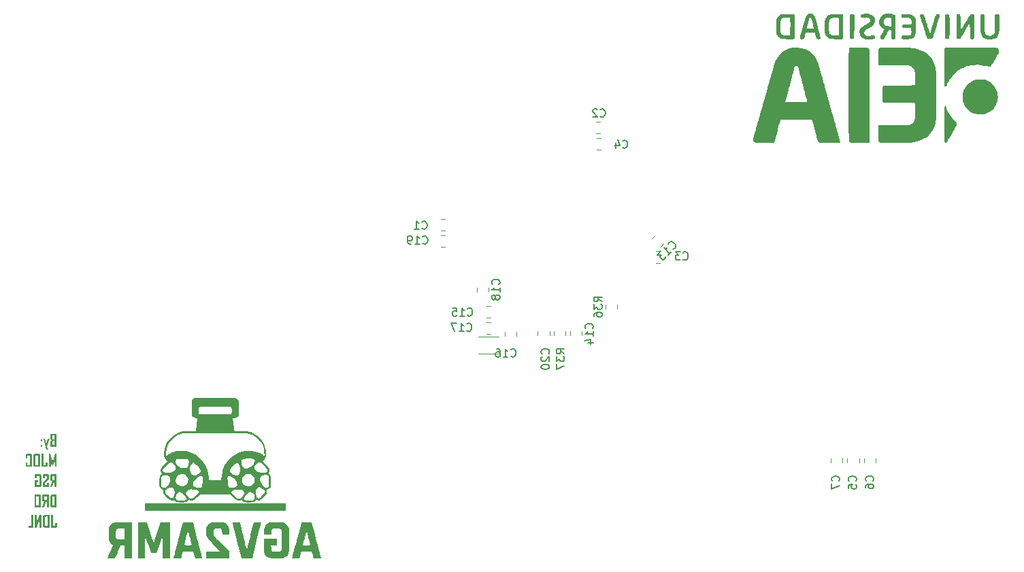
<source format=gbo>
%TF.GenerationSoftware,KiCad,Pcbnew,8.0.6*%
%TF.CreationDate,2025-06-06T13:34:11-05:00*%
%TF.ProjectId,Placa_principal_v2,506c6163-615f-4707-9269-6e636970616c,rev?*%
%TF.SameCoordinates,Original*%
%TF.FileFunction,Legend,Bot*%
%TF.FilePolarity,Positive*%
%FSLAX46Y46*%
G04 Gerber Fmt 4.6, Leading zero omitted, Abs format (unit mm)*
G04 Created by KiCad (PCBNEW 8.0.6) date 2025-06-06 13:34:11*
%MOMM*%
%LPD*%
G01*
G04 APERTURE LIST*
%ADD10C,0.300000*%
%ADD11C,0.150000*%
%ADD12C,0.000000*%
%ADD13C,0.120000*%
G04 APERTURE END LIST*
D10*
G36*
X93223279Y-112125000D02*
G01*
X92579211Y-112125000D01*
X92508017Y-112114885D01*
X92449336Y-112069934D01*
X92431933Y-111997138D01*
X92431933Y-111549075D01*
X92432150Y-111537237D01*
X92440962Y-111489724D01*
X92674099Y-111489724D01*
X92674099Y-111890526D01*
X92981845Y-111890526D01*
X92981845Y-111421580D01*
X92792435Y-111421580D01*
X92674099Y-111489724D01*
X92440962Y-111489724D01*
X92445854Y-111463346D01*
X92487620Y-111398133D01*
X92492622Y-111393621D01*
X92551911Y-111350182D01*
X92617313Y-111304344D01*
X92554036Y-111260194D01*
X92491650Y-111214951D01*
X92485395Y-111208420D01*
X92449880Y-111144330D01*
X92445178Y-111109438D01*
X92679961Y-111109438D01*
X92796465Y-111187107D01*
X92981845Y-111187107D01*
X92981845Y-110741608D01*
X92679961Y-110741608D01*
X92679961Y-111109438D01*
X92445178Y-111109438D01*
X92439993Y-111070969D01*
X92439993Y-110634996D01*
X92451324Y-110573188D01*
X92507700Y-110519621D01*
X92583241Y-110507135D01*
X93223279Y-110507135D01*
X93223279Y-112125000D01*
G37*
G36*
X91554856Y-111093318D02*
G01*
X91815341Y-112119870D01*
X91915359Y-112500157D01*
X92156427Y-112500157D01*
X92048349Y-112125000D01*
X92312131Y-111093318D01*
X92069965Y-111093318D01*
X91932944Y-111796737D01*
X91795924Y-111093318D01*
X91554856Y-111093318D01*
G37*
G36*
X91217435Y-111445027D02*
G01*
X91449344Y-111445027D01*
X91449344Y-111210554D01*
X91217435Y-111210554D01*
X91217435Y-111445027D01*
G37*
G36*
X91217435Y-112125000D02*
G01*
X91449344Y-112125000D01*
X91449344Y-111890526D01*
X91217435Y-111890526D01*
X91217435Y-112125000D01*
G37*
G36*
X92248384Y-114645000D02*
G01*
X92480293Y-114645000D01*
X92480293Y-113840830D01*
X92476629Y-113764901D01*
X92469073Y-113691485D01*
X92465638Y-113663876D01*
X92674099Y-114480868D01*
X92796465Y-114480868D01*
X93005659Y-113663876D01*
X92997524Y-113737018D01*
X92992054Y-113811450D01*
X92991371Y-113840830D01*
X92991371Y-114645000D01*
X93223279Y-114645000D01*
X93223279Y-113027135D01*
X92995401Y-113027135D01*
X92741877Y-113911538D01*
X92735648Y-113984078D01*
X92729420Y-113911538D01*
X92476263Y-113027135D01*
X92248384Y-113027135D01*
X92248384Y-114645000D01*
G37*
G36*
X91337969Y-114517138D02*
G01*
X91355502Y-114589934D01*
X91414621Y-114634885D01*
X91486346Y-114645000D01*
X91943935Y-114645000D01*
X92020636Y-114632513D01*
X92077877Y-114578946D01*
X92089382Y-114517138D01*
X92089382Y-114082264D01*
X91849047Y-114082264D01*
X91849047Y-114410526D01*
X91579403Y-114410526D01*
X91579403Y-113027135D01*
X91337969Y-113027135D01*
X91337969Y-114517138D01*
G37*
G36*
X91070546Y-113035126D02*
G01*
X91134196Y-113082200D01*
X91151123Y-113154996D01*
X91151123Y-114517138D01*
X91139792Y-114578946D01*
X91083416Y-114632513D01*
X91007875Y-114645000D01*
X90484340Y-114645000D01*
X90413677Y-114634885D01*
X90355434Y-114589934D01*
X90338161Y-114517138D01*
X90338161Y-114410526D01*
X90579228Y-114410526D01*
X90909689Y-114410526D01*
X90909689Y-113261608D01*
X90579228Y-113261608D01*
X90579228Y-114410526D01*
X90338161Y-114410526D01*
X90338161Y-113154996D01*
X90349724Y-113093188D01*
X90407253Y-113039621D01*
X90484340Y-113027135D01*
X91007875Y-113027135D01*
X91070546Y-113035126D01*
G37*
G36*
X89356671Y-114517138D02*
G01*
X89374074Y-114589934D01*
X89432755Y-114634885D01*
X89503949Y-114645000D01*
X90006967Y-114645000D01*
X90082509Y-114632513D01*
X90138885Y-114578946D01*
X90150216Y-114517138D01*
X90150216Y-113154996D01*
X90133289Y-113082200D01*
X90069639Y-113035126D01*
X90006967Y-113027135D01*
X89503949Y-113027135D01*
X89426283Y-113039621D01*
X89368321Y-113093188D01*
X89356671Y-113154996D01*
X89356671Y-113566423D01*
X89596639Y-113566423D01*
X89596639Y-113261608D01*
X89908782Y-113261608D01*
X89908782Y-114410526D01*
X89596639Y-114410526D01*
X89596639Y-114105711D01*
X89356671Y-114105711D01*
X89356671Y-114517138D01*
G37*
G36*
X92397861Y-117165000D02*
G01*
X92649187Y-117165000D01*
X92915167Y-116418715D01*
X92915167Y-116343956D01*
X92915167Y-116274002D01*
X92678129Y-116274002D01*
X92678129Y-115781608D01*
X92981845Y-115781608D01*
X92981845Y-117165000D01*
X93223279Y-117165000D01*
X93223279Y-115547135D01*
X92583241Y-115547135D01*
X92506541Y-115559621D01*
X92449299Y-115613188D01*
X92437794Y-115674996D01*
X92437794Y-116286824D01*
X92455013Y-116359731D01*
X92506671Y-116401130D01*
X92579978Y-116412448D01*
X92656090Y-116414672D01*
X92663475Y-116414685D01*
X92397861Y-117165000D01*
G37*
G36*
X91483049Y-117037138D02*
G01*
X91500365Y-117109934D01*
X91558755Y-117154885D01*
X91629595Y-117165000D01*
X92114661Y-117165000D01*
X92191361Y-117152513D01*
X92248603Y-117098946D01*
X92260108Y-117037138D01*
X92260108Y-116649159D01*
X92019040Y-116649159D01*
X92019040Y-116930526D01*
X91724117Y-116930526D01*
X91724117Y-116649159D01*
X92207718Y-116187906D01*
X92248596Y-116125837D01*
X92260108Y-116057847D01*
X92260108Y-115674996D01*
X92242921Y-115602200D01*
X92184970Y-115557249D01*
X92114661Y-115547135D01*
X91629595Y-115547135D01*
X91552315Y-115559442D01*
X91494641Y-115612242D01*
X91483049Y-115673164D01*
X91483049Y-116062976D01*
X91724117Y-116062976D01*
X91724117Y-115781608D01*
X92019040Y-115781608D01*
X92019040Y-116051252D01*
X91535439Y-116511039D01*
X91494561Y-116573078D01*
X91483049Y-116642930D01*
X91483049Y-117037138D01*
G37*
G36*
X90498628Y-117037138D02*
G01*
X90516031Y-117109934D01*
X90574713Y-117154885D01*
X90645907Y-117165000D01*
X91152955Y-117165000D01*
X91228496Y-117152513D01*
X91284872Y-117098946D01*
X91296203Y-117037138D01*
X91296203Y-115674996D01*
X91278887Y-115602200D01*
X91220498Y-115557249D01*
X91149658Y-115547135D01*
X90645907Y-115547135D01*
X90568240Y-115559621D01*
X90510278Y-115613188D01*
X90498628Y-115674996D01*
X90498628Y-116039528D01*
X90740795Y-116039528D01*
X90740795Y-115781608D01*
X91054769Y-115781608D01*
X91054769Y-116930526D01*
X90740795Y-116930526D01*
X90740795Y-116531922D01*
X90919947Y-116531922D01*
X90919947Y-116297449D01*
X90498628Y-116297449D01*
X90498628Y-117037138D01*
G37*
G36*
X93223279Y-119685000D02*
G01*
X92731618Y-119685000D01*
X92713943Y-119684683D01*
X92640105Y-119675432D01*
X92569007Y-119650130D01*
X92504106Y-119604033D01*
X92493858Y-119593627D01*
X92449312Y-119527852D01*
X92426170Y-119455510D01*
X92419476Y-119380184D01*
X92419476Y-118430935D01*
X92661643Y-118430935D01*
X92661643Y-119319002D01*
X92676026Y-119388360D01*
X92731255Y-119437682D01*
X92808921Y-119450526D01*
X92981845Y-119450526D01*
X92981845Y-118301608D01*
X92802693Y-118301608D01*
X92740984Y-118309691D01*
X92678310Y-118357304D01*
X92661643Y-118430935D01*
X92419476Y-118430935D01*
X92419476Y-118371950D01*
X92419807Y-118354463D01*
X92429476Y-118281617D01*
X92455923Y-118211893D01*
X92504106Y-118148834D01*
X92514870Y-118138941D01*
X92582305Y-118095937D01*
X92655707Y-118073597D01*
X92731618Y-118067135D01*
X93223279Y-118067135D01*
X93223279Y-119685000D01*
G37*
G36*
X91413073Y-119685000D02*
G01*
X91664399Y-119685000D01*
X91930380Y-118938715D01*
X91930380Y-118863956D01*
X91930380Y-118794002D01*
X91693342Y-118794002D01*
X91693342Y-118301608D01*
X91997058Y-118301608D01*
X91997058Y-119685000D01*
X92238492Y-119685000D01*
X92238492Y-118067135D01*
X91598454Y-118067135D01*
X91521753Y-118079621D01*
X91464512Y-118133188D01*
X91453007Y-118194996D01*
X91453007Y-118806824D01*
X91470226Y-118879731D01*
X91521884Y-118921130D01*
X91595191Y-118932448D01*
X91671303Y-118934672D01*
X91678688Y-118934685D01*
X91413073Y-119685000D01*
G37*
G36*
X91190713Y-118075126D02*
G01*
X91254364Y-118122200D01*
X91271290Y-118194996D01*
X91271290Y-119557138D01*
X91259959Y-119618946D01*
X91203583Y-119672513D01*
X91128042Y-119685000D01*
X90604508Y-119685000D01*
X90533845Y-119674885D01*
X90475601Y-119629934D01*
X90458328Y-119557138D01*
X90458328Y-119450526D01*
X90699396Y-119450526D01*
X91029856Y-119450526D01*
X91029856Y-118301608D01*
X90699396Y-118301608D01*
X90699396Y-119450526D01*
X90458328Y-119450526D01*
X90458328Y-118194996D01*
X90469891Y-118133188D01*
X90527421Y-118079621D01*
X90604508Y-118067135D01*
X91128042Y-118067135D01*
X91190713Y-118075126D01*
G37*
G36*
X92498611Y-122077138D02*
G01*
X92516144Y-122149934D01*
X92575263Y-122194885D01*
X92646988Y-122205000D01*
X93104577Y-122205000D01*
X93181278Y-122192513D01*
X93238519Y-122138946D01*
X93250024Y-122077138D01*
X93250024Y-121642264D01*
X93009689Y-121642264D01*
X93009689Y-121970526D01*
X92740045Y-121970526D01*
X92740045Y-120587135D01*
X92498611Y-120587135D01*
X92498611Y-122077138D01*
G37*
G36*
X92311765Y-122205000D02*
G01*
X91820104Y-122205000D01*
X91802429Y-122204683D01*
X91728591Y-122195432D01*
X91657493Y-122170130D01*
X91592592Y-122124033D01*
X91582344Y-122113627D01*
X91537797Y-122047852D01*
X91514656Y-121975510D01*
X91507962Y-121900184D01*
X91507962Y-120950935D01*
X91750129Y-120950935D01*
X91750129Y-121839002D01*
X91764511Y-121908360D01*
X91819741Y-121957682D01*
X91897407Y-121970526D01*
X92070331Y-121970526D01*
X92070331Y-120821608D01*
X91891179Y-120821608D01*
X91829469Y-120829691D01*
X91766796Y-120877304D01*
X91750129Y-120950935D01*
X91507962Y-120950935D01*
X91507962Y-120891950D01*
X91508292Y-120874463D01*
X91517962Y-120801617D01*
X91544409Y-120731893D01*
X91592592Y-120668834D01*
X91603355Y-120658941D01*
X91670791Y-120615937D01*
X91744193Y-120593597D01*
X91820104Y-120587135D01*
X92311765Y-120587135D01*
X92311765Y-122205000D01*
G37*
G36*
X90509619Y-122205000D02*
G01*
X90721011Y-122205000D01*
X91107526Y-121186873D01*
X91094787Y-121260457D01*
X91091772Y-121303743D01*
X91091772Y-122205000D01*
X91326978Y-122205000D01*
X91326978Y-120587135D01*
X91115586Y-120587135D01*
X90729071Y-121584745D01*
X90741810Y-121511161D01*
X90744825Y-121467875D01*
X90744825Y-120587135D01*
X90509619Y-120587135D01*
X90509619Y-122205000D01*
G37*
G36*
X89687864Y-122205000D02*
G01*
X90321674Y-122205000D01*
X90321674Y-120587135D01*
X90080240Y-120587135D01*
X90080240Y-121970526D01*
X89687864Y-121970526D01*
X89687864Y-122205000D01*
G37*
D11*
X154429580Y-100559642D02*
X154477200Y-100512023D01*
X154477200Y-100512023D02*
X154524819Y-100369166D01*
X154524819Y-100369166D02*
X154524819Y-100273928D01*
X154524819Y-100273928D02*
X154477200Y-100131071D01*
X154477200Y-100131071D02*
X154381961Y-100035833D01*
X154381961Y-100035833D02*
X154286723Y-99988214D01*
X154286723Y-99988214D02*
X154096247Y-99940595D01*
X154096247Y-99940595D02*
X153953390Y-99940595D01*
X153953390Y-99940595D02*
X153762914Y-99988214D01*
X153762914Y-99988214D02*
X153667676Y-100035833D01*
X153667676Y-100035833D02*
X153572438Y-100131071D01*
X153572438Y-100131071D02*
X153524819Y-100273928D01*
X153524819Y-100273928D02*
X153524819Y-100369166D01*
X153524819Y-100369166D02*
X153572438Y-100512023D01*
X153572438Y-100512023D02*
X153620057Y-100559642D01*
X153620057Y-100940595D02*
X153572438Y-100988214D01*
X153572438Y-100988214D02*
X153524819Y-101083452D01*
X153524819Y-101083452D02*
X153524819Y-101321547D01*
X153524819Y-101321547D02*
X153572438Y-101416785D01*
X153572438Y-101416785D02*
X153620057Y-101464404D01*
X153620057Y-101464404D02*
X153715295Y-101512023D01*
X153715295Y-101512023D02*
X153810533Y-101512023D01*
X153810533Y-101512023D02*
X153953390Y-101464404D01*
X153953390Y-101464404D02*
X154524819Y-100892976D01*
X154524819Y-100892976D02*
X154524819Y-101512023D01*
X153524819Y-102131071D02*
X153524819Y-102226309D01*
X153524819Y-102226309D02*
X153572438Y-102321547D01*
X153572438Y-102321547D02*
X153620057Y-102369166D01*
X153620057Y-102369166D02*
X153715295Y-102416785D01*
X153715295Y-102416785D02*
X153905771Y-102464404D01*
X153905771Y-102464404D02*
X154143866Y-102464404D01*
X154143866Y-102464404D02*
X154334342Y-102416785D01*
X154334342Y-102416785D02*
X154429580Y-102369166D01*
X154429580Y-102369166D02*
X154477200Y-102321547D01*
X154477200Y-102321547D02*
X154524819Y-102226309D01*
X154524819Y-102226309D02*
X154524819Y-102131071D01*
X154524819Y-102131071D02*
X154477200Y-102035833D01*
X154477200Y-102035833D02*
X154429580Y-101988214D01*
X154429580Y-101988214D02*
X154334342Y-101940595D01*
X154334342Y-101940595D02*
X154143866Y-101892976D01*
X154143866Y-101892976D02*
X153905771Y-101892976D01*
X153905771Y-101892976D02*
X153715295Y-101940595D01*
X153715295Y-101940595D02*
X153620057Y-101988214D01*
X153620057Y-101988214D02*
X153572438Y-102035833D01*
X153572438Y-102035833D02*
X153524819Y-102131071D01*
X169926769Y-87527632D02*
X169994113Y-87527632D01*
X169994113Y-87527632D02*
X170128800Y-87460288D01*
X170128800Y-87460288D02*
X170196143Y-87392945D01*
X170196143Y-87392945D02*
X170263487Y-87258258D01*
X170263487Y-87258258D02*
X170263487Y-87123571D01*
X170263487Y-87123571D02*
X170229815Y-87022556D01*
X170229815Y-87022556D02*
X170128800Y-86854197D01*
X170128800Y-86854197D02*
X170027785Y-86753182D01*
X170027785Y-86753182D02*
X169859426Y-86652166D01*
X169859426Y-86652166D02*
X169758411Y-86618495D01*
X169758411Y-86618495D02*
X169623724Y-86618495D01*
X169623724Y-86618495D02*
X169489037Y-86685838D01*
X169489037Y-86685838D02*
X169421693Y-86753182D01*
X169421693Y-86753182D02*
X169354350Y-86887869D01*
X169354350Y-86887869D02*
X169354350Y-86955212D01*
X169320678Y-88268410D02*
X169724739Y-87864349D01*
X169522708Y-88066380D02*
X168815602Y-87359273D01*
X168815602Y-87359273D02*
X168983960Y-87392945D01*
X168983960Y-87392945D02*
X169118647Y-87392945D01*
X169118647Y-87392945D02*
X169219663Y-87359273D01*
X168377869Y-87797006D02*
X167940136Y-88234739D01*
X167940136Y-88234739D02*
X168445212Y-88268411D01*
X168445212Y-88268411D02*
X168344197Y-88369426D01*
X168344197Y-88369426D02*
X168310525Y-88470441D01*
X168310525Y-88470441D02*
X168310525Y-88537785D01*
X168310525Y-88537785D02*
X168344197Y-88638800D01*
X168344197Y-88638800D02*
X168512556Y-88807159D01*
X168512556Y-88807159D02*
X168613571Y-88840830D01*
X168613571Y-88840830D02*
X168680914Y-88840830D01*
X168680914Y-88840830D02*
X168781930Y-88807159D01*
X168781930Y-88807159D02*
X168983960Y-88605128D01*
X168983960Y-88605128D02*
X169017632Y-88504113D01*
X169017632Y-88504113D02*
X169017632Y-88436769D01*
X192649580Y-116423333D02*
X192697200Y-116375714D01*
X192697200Y-116375714D02*
X192744819Y-116232857D01*
X192744819Y-116232857D02*
X192744819Y-116137619D01*
X192744819Y-116137619D02*
X192697200Y-115994762D01*
X192697200Y-115994762D02*
X192601961Y-115899524D01*
X192601961Y-115899524D02*
X192506723Y-115851905D01*
X192506723Y-115851905D02*
X192316247Y-115804286D01*
X192316247Y-115804286D02*
X192173390Y-115804286D01*
X192173390Y-115804286D02*
X191982914Y-115851905D01*
X191982914Y-115851905D02*
X191887676Y-115899524D01*
X191887676Y-115899524D02*
X191792438Y-115994762D01*
X191792438Y-115994762D02*
X191744819Y-116137619D01*
X191744819Y-116137619D02*
X191744819Y-116232857D01*
X191744819Y-116232857D02*
X191792438Y-116375714D01*
X191792438Y-116375714D02*
X191840057Y-116423333D01*
X191744819Y-117328095D02*
X191744819Y-116851905D01*
X191744819Y-116851905D02*
X192221009Y-116804286D01*
X192221009Y-116804286D02*
X192173390Y-116851905D01*
X192173390Y-116851905D02*
X192125771Y-116947143D01*
X192125771Y-116947143D02*
X192125771Y-117185238D01*
X192125771Y-117185238D02*
X192173390Y-117280476D01*
X192173390Y-117280476D02*
X192221009Y-117328095D01*
X192221009Y-117328095D02*
X192316247Y-117375714D01*
X192316247Y-117375714D02*
X192554342Y-117375714D01*
X192554342Y-117375714D02*
X192649580Y-117328095D01*
X192649580Y-117328095D02*
X192697200Y-117280476D01*
X192697200Y-117280476D02*
X192744819Y-117185238D01*
X192744819Y-117185238D02*
X192744819Y-116947143D01*
X192744819Y-116947143D02*
X192697200Y-116851905D01*
X192697200Y-116851905D02*
X192649580Y-116804286D01*
X163646666Y-74869580D02*
X163694285Y-74917200D01*
X163694285Y-74917200D02*
X163837142Y-74964819D01*
X163837142Y-74964819D02*
X163932380Y-74964819D01*
X163932380Y-74964819D02*
X164075237Y-74917200D01*
X164075237Y-74917200D02*
X164170475Y-74821961D01*
X164170475Y-74821961D02*
X164218094Y-74726723D01*
X164218094Y-74726723D02*
X164265713Y-74536247D01*
X164265713Y-74536247D02*
X164265713Y-74393390D01*
X164265713Y-74393390D02*
X164218094Y-74202914D01*
X164218094Y-74202914D02*
X164170475Y-74107676D01*
X164170475Y-74107676D02*
X164075237Y-74012438D01*
X164075237Y-74012438D02*
X163932380Y-73964819D01*
X163932380Y-73964819D02*
X163837142Y-73964819D01*
X163837142Y-73964819D02*
X163694285Y-74012438D01*
X163694285Y-74012438D02*
X163646666Y-74060057D01*
X162789523Y-74298152D02*
X162789523Y-74964819D01*
X163027618Y-73917200D02*
X163265713Y-74631485D01*
X163265713Y-74631485D02*
X162646666Y-74631485D01*
X149752857Y-100849580D02*
X149800476Y-100897200D01*
X149800476Y-100897200D02*
X149943333Y-100944819D01*
X149943333Y-100944819D02*
X150038571Y-100944819D01*
X150038571Y-100944819D02*
X150181428Y-100897200D01*
X150181428Y-100897200D02*
X150276666Y-100801961D01*
X150276666Y-100801961D02*
X150324285Y-100706723D01*
X150324285Y-100706723D02*
X150371904Y-100516247D01*
X150371904Y-100516247D02*
X150371904Y-100373390D01*
X150371904Y-100373390D02*
X150324285Y-100182914D01*
X150324285Y-100182914D02*
X150276666Y-100087676D01*
X150276666Y-100087676D02*
X150181428Y-99992438D01*
X150181428Y-99992438D02*
X150038571Y-99944819D01*
X150038571Y-99944819D02*
X149943333Y-99944819D01*
X149943333Y-99944819D02*
X149800476Y-99992438D01*
X149800476Y-99992438D02*
X149752857Y-100040057D01*
X148800476Y-100944819D02*
X149371904Y-100944819D01*
X149086190Y-100944819D02*
X149086190Y-99944819D01*
X149086190Y-99944819D02*
X149181428Y-100087676D01*
X149181428Y-100087676D02*
X149276666Y-100182914D01*
X149276666Y-100182914D02*
X149371904Y-100230533D01*
X147943333Y-99944819D02*
X148133809Y-99944819D01*
X148133809Y-99944819D02*
X148229047Y-99992438D01*
X148229047Y-99992438D02*
X148276666Y-100040057D01*
X148276666Y-100040057D02*
X148371904Y-100182914D01*
X148371904Y-100182914D02*
X148419523Y-100373390D01*
X148419523Y-100373390D02*
X148419523Y-100754342D01*
X148419523Y-100754342D02*
X148371904Y-100849580D01*
X148371904Y-100849580D02*
X148324285Y-100897200D01*
X148324285Y-100897200D02*
X148229047Y-100944819D01*
X148229047Y-100944819D02*
X148038571Y-100944819D01*
X148038571Y-100944819D02*
X147943333Y-100897200D01*
X147943333Y-100897200D02*
X147895714Y-100849580D01*
X147895714Y-100849580D02*
X147848095Y-100754342D01*
X147848095Y-100754342D02*
X147848095Y-100516247D01*
X147848095Y-100516247D02*
X147895714Y-100421009D01*
X147895714Y-100421009D02*
X147943333Y-100373390D01*
X147943333Y-100373390D02*
X148038571Y-100325771D01*
X148038571Y-100325771D02*
X148229047Y-100325771D01*
X148229047Y-100325771D02*
X148324285Y-100373390D01*
X148324285Y-100373390D02*
X148371904Y-100421009D01*
X148371904Y-100421009D02*
X148419523Y-100516247D01*
X160866666Y-70999580D02*
X160914285Y-71047200D01*
X160914285Y-71047200D02*
X161057142Y-71094819D01*
X161057142Y-71094819D02*
X161152380Y-71094819D01*
X161152380Y-71094819D02*
X161295237Y-71047200D01*
X161295237Y-71047200D02*
X161390475Y-70951961D01*
X161390475Y-70951961D02*
X161438094Y-70856723D01*
X161438094Y-70856723D02*
X161485713Y-70666247D01*
X161485713Y-70666247D02*
X161485713Y-70523390D01*
X161485713Y-70523390D02*
X161438094Y-70332914D01*
X161438094Y-70332914D02*
X161390475Y-70237676D01*
X161390475Y-70237676D02*
X161295237Y-70142438D01*
X161295237Y-70142438D02*
X161152380Y-70094819D01*
X161152380Y-70094819D02*
X161057142Y-70094819D01*
X161057142Y-70094819D02*
X160914285Y-70142438D01*
X160914285Y-70142438D02*
X160866666Y-70190057D01*
X160485713Y-70190057D02*
X160438094Y-70142438D01*
X160438094Y-70142438D02*
X160342856Y-70094819D01*
X160342856Y-70094819D02*
X160104761Y-70094819D01*
X160104761Y-70094819D02*
X160009523Y-70142438D01*
X160009523Y-70142438D02*
X159961904Y-70190057D01*
X159961904Y-70190057D02*
X159914285Y-70285295D01*
X159914285Y-70285295D02*
X159914285Y-70380533D01*
X159914285Y-70380533D02*
X159961904Y-70523390D01*
X159961904Y-70523390D02*
X160533332Y-71094819D01*
X160533332Y-71094819D02*
X159914285Y-71094819D01*
X190539580Y-116403333D02*
X190587200Y-116355714D01*
X190587200Y-116355714D02*
X190634819Y-116212857D01*
X190634819Y-116212857D02*
X190634819Y-116117619D01*
X190634819Y-116117619D02*
X190587200Y-115974762D01*
X190587200Y-115974762D02*
X190491961Y-115879524D01*
X190491961Y-115879524D02*
X190396723Y-115831905D01*
X190396723Y-115831905D02*
X190206247Y-115784286D01*
X190206247Y-115784286D02*
X190063390Y-115784286D01*
X190063390Y-115784286D02*
X189872914Y-115831905D01*
X189872914Y-115831905D02*
X189777676Y-115879524D01*
X189777676Y-115879524D02*
X189682438Y-115974762D01*
X189682438Y-115974762D02*
X189634819Y-116117619D01*
X189634819Y-116117619D02*
X189634819Y-116212857D01*
X189634819Y-116212857D02*
X189682438Y-116355714D01*
X189682438Y-116355714D02*
X189730057Y-116403333D01*
X189634819Y-116736667D02*
X189634819Y-117403333D01*
X189634819Y-117403333D02*
X190634819Y-116974762D01*
X159879580Y-97407142D02*
X159927200Y-97359523D01*
X159927200Y-97359523D02*
X159974819Y-97216666D01*
X159974819Y-97216666D02*
X159974819Y-97121428D01*
X159974819Y-97121428D02*
X159927200Y-96978571D01*
X159927200Y-96978571D02*
X159831961Y-96883333D01*
X159831961Y-96883333D02*
X159736723Y-96835714D01*
X159736723Y-96835714D02*
X159546247Y-96788095D01*
X159546247Y-96788095D02*
X159403390Y-96788095D01*
X159403390Y-96788095D02*
X159212914Y-96835714D01*
X159212914Y-96835714D02*
X159117676Y-96883333D01*
X159117676Y-96883333D02*
X159022438Y-96978571D01*
X159022438Y-96978571D02*
X158974819Y-97121428D01*
X158974819Y-97121428D02*
X158974819Y-97216666D01*
X158974819Y-97216666D02*
X159022438Y-97359523D01*
X159022438Y-97359523D02*
X159070057Y-97407142D01*
X159974819Y-98359523D02*
X159974819Y-97788095D01*
X159974819Y-98073809D02*
X158974819Y-98073809D01*
X158974819Y-98073809D02*
X159117676Y-97978571D01*
X159117676Y-97978571D02*
X159212914Y-97883333D01*
X159212914Y-97883333D02*
X159260533Y-97788095D01*
X159308152Y-99216666D02*
X159974819Y-99216666D01*
X158927200Y-98978571D02*
X159641485Y-98740476D01*
X159641485Y-98740476D02*
X159641485Y-99359523D01*
X156394819Y-100569642D02*
X155918628Y-100236309D01*
X156394819Y-99998214D02*
X155394819Y-99998214D01*
X155394819Y-99998214D02*
X155394819Y-100379166D01*
X155394819Y-100379166D02*
X155442438Y-100474404D01*
X155442438Y-100474404D02*
X155490057Y-100522023D01*
X155490057Y-100522023D02*
X155585295Y-100569642D01*
X155585295Y-100569642D02*
X155728152Y-100569642D01*
X155728152Y-100569642D02*
X155823390Y-100522023D01*
X155823390Y-100522023D02*
X155871009Y-100474404D01*
X155871009Y-100474404D02*
X155918628Y-100379166D01*
X155918628Y-100379166D02*
X155918628Y-99998214D01*
X155394819Y-100902976D02*
X155394819Y-101522023D01*
X155394819Y-101522023D02*
X155775771Y-101188690D01*
X155775771Y-101188690D02*
X155775771Y-101331547D01*
X155775771Y-101331547D02*
X155823390Y-101426785D01*
X155823390Y-101426785D02*
X155871009Y-101474404D01*
X155871009Y-101474404D02*
X155966247Y-101522023D01*
X155966247Y-101522023D02*
X156204342Y-101522023D01*
X156204342Y-101522023D02*
X156299580Y-101474404D01*
X156299580Y-101474404D02*
X156347200Y-101426785D01*
X156347200Y-101426785D02*
X156394819Y-101331547D01*
X156394819Y-101331547D02*
X156394819Y-101045833D01*
X156394819Y-101045833D02*
X156347200Y-100950595D01*
X156347200Y-100950595D02*
X156299580Y-100902976D01*
X155394819Y-101855357D02*
X155394819Y-102522023D01*
X155394819Y-102522023D02*
X156394819Y-102093452D01*
X194769580Y-116393333D02*
X194817200Y-116345714D01*
X194817200Y-116345714D02*
X194864819Y-116202857D01*
X194864819Y-116202857D02*
X194864819Y-116107619D01*
X194864819Y-116107619D02*
X194817200Y-115964762D01*
X194817200Y-115964762D02*
X194721961Y-115869524D01*
X194721961Y-115869524D02*
X194626723Y-115821905D01*
X194626723Y-115821905D02*
X194436247Y-115774286D01*
X194436247Y-115774286D02*
X194293390Y-115774286D01*
X194293390Y-115774286D02*
X194102914Y-115821905D01*
X194102914Y-115821905D02*
X194007676Y-115869524D01*
X194007676Y-115869524D02*
X193912438Y-115964762D01*
X193912438Y-115964762D02*
X193864819Y-116107619D01*
X193864819Y-116107619D02*
X193864819Y-116202857D01*
X193864819Y-116202857D02*
X193912438Y-116345714D01*
X193912438Y-116345714D02*
X193960057Y-116393333D01*
X193864819Y-117250476D02*
X193864819Y-117060000D01*
X193864819Y-117060000D02*
X193912438Y-116964762D01*
X193912438Y-116964762D02*
X193960057Y-116917143D01*
X193960057Y-116917143D02*
X194102914Y-116821905D01*
X194102914Y-116821905D02*
X194293390Y-116774286D01*
X194293390Y-116774286D02*
X194674342Y-116774286D01*
X194674342Y-116774286D02*
X194769580Y-116821905D01*
X194769580Y-116821905D02*
X194817200Y-116869524D01*
X194817200Y-116869524D02*
X194864819Y-116964762D01*
X194864819Y-116964762D02*
X194864819Y-117155238D01*
X194864819Y-117155238D02*
X194817200Y-117250476D01*
X194817200Y-117250476D02*
X194769580Y-117298095D01*
X194769580Y-117298095D02*
X194674342Y-117345714D01*
X194674342Y-117345714D02*
X194436247Y-117345714D01*
X194436247Y-117345714D02*
X194341009Y-117298095D01*
X194341009Y-117298095D02*
X194293390Y-117250476D01*
X194293390Y-117250476D02*
X194245771Y-117155238D01*
X194245771Y-117155238D02*
X194245771Y-116964762D01*
X194245771Y-116964762D02*
X194293390Y-116869524D01*
X194293390Y-116869524D02*
X194341009Y-116821905D01*
X194341009Y-116821905D02*
X194436247Y-116774286D01*
X144262857Y-97669580D02*
X144310476Y-97717200D01*
X144310476Y-97717200D02*
X144453333Y-97764819D01*
X144453333Y-97764819D02*
X144548571Y-97764819D01*
X144548571Y-97764819D02*
X144691428Y-97717200D01*
X144691428Y-97717200D02*
X144786666Y-97621961D01*
X144786666Y-97621961D02*
X144834285Y-97526723D01*
X144834285Y-97526723D02*
X144881904Y-97336247D01*
X144881904Y-97336247D02*
X144881904Y-97193390D01*
X144881904Y-97193390D02*
X144834285Y-97002914D01*
X144834285Y-97002914D02*
X144786666Y-96907676D01*
X144786666Y-96907676D02*
X144691428Y-96812438D01*
X144691428Y-96812438D02*
X144548571Y-96764819D01*
X144548571Y-96764819D02*
X144453333Y-96764819D01*
X144453333Y-96764819D02*
X144310476Y-96812438D01*
X144310476Y-96812438D02*
X144262857Y-96860057D01*
X143310476Y-97764819D02*
X143881904Y-97764819D01*
X143596190Y-97764819D02*
X143596190Y-96764819D01*
X143596190Y-96764819D02*
X143691428Y-96907676D01*
X143691428Y-96907676D02*
X143786666Y-97002914D01*
X143786666Y-97002914D02*
X143881904Y-97050533D01*
X142977142Y-96764819D02*
X142310476Y-96764819D01*
X142310476Y-96764819D02*
X142739047Y-97764819D01*
X138696666Y-84939580D02*
X138744285Y-84987200D01*
X138744285Y-84987200D02*
X138887142Y-85034819D01*
X138887142Y-85034819D02*
X138982380Y-85034819D01*
X138982380Y-85034819D02*
X139125237Y-84987200D01*
X139125237Y-84987200D02*
X139220475Y-84891961D01*
X139220475Y-84891961D02*
X139268094Y-84796723D01*
X139268094Y-84796723D02*
X139315713Y-84606247D01*
X139315713Y-84606247D02*
X139315713Y-84463390D01*
X139315713Y-84463390D02*
X139268094Y-84272914D01*
X139268094Y-84272914D02*
X139220475Y-84177676D01*
X139220475Y-84177676D02*
X139125237Y-84082438D01*
X139125237Y-84082438D02*
X138982380Y-84034819D01*
X138982380Y-84034819D02*
X138887142Y-84034819D01*
X138887142Y-84034819D02*
X138744285Y-84082438D01*
X138744285Y-84082438D02*
X138696666Y-84130057D01*
X137744285Y-85034819D02*
X138315713Y-85034819D01*
X138029999Y-85034819D02*
X138029999Y-84034819D01*
X138029999Y-84034819D02*
X138125237Y-84177676D01*
X138125237Y-84177676D02*
X138220475Y-84272914D01*
X138220475Y-84272914D02*
X138315713Y-84320533D01*
X171166666Y-88789580D02*
X171214285Y-88837200D01*
X171214285Y-88837200D02*
X171357142Y-88884819D01*
X171357142Y-88884819D02*
X171452380Y-88884819D01*
X171452380Y-88884819D02*
X171595237Y-88837200D01*
X171595237Y-88837200D02*
X171690475Y-88741961D01*
X171690475Y-88741961D02*
X171738094Y-88646723D01*
X171738094Y-88646723D02*
X171785713Y-88456247D01*
X171785713Y-88456247D02*
X171785713Y-88313390D01*
X171785713Y-88313390D02*
X171738094Y-88122914D01*
X171738094Y-88122914D02*
X171690475Y-88027676D01*
X171690475Y-88027676D02*
X171595237Y-87932438D01*
X171595237Y-87932438D02*
X171452380Y-87884819D01*
X171452380Y-87884819D02*
X171357142Y-87884819D01*
X171357142Y-87884819D02*
X171214285Y-87932438D01*
X171214285Y-87932438D02*
X171166666Y-87980057D01*
X170833332Y-87884819D02*
X170214285Y-87884819D01*
X170214285Y-87884819D02*
X170547618Y-88265771D01*
X170547618Y-88265771D02*
X170404761Y-88265771D01*
X170404761Y-88265771D02*
X170309523Y-88313390D01*
X170309523Y-88313390D02*
X170261904Y-88361009D01*
X170261904Y-88361009D02*
X170214285Y-88456247D01*
X170214285Y-88456247D02*
X170214285Y-88694342D01*
X170214285Y-88694342D02*
X170261904Y-88789580D01*
X170261904Y-88789580D02*
X170309523Y-88837200D01*
X170309523Y-88837200D02*
X170404761Y-88884819D01*
X170404761Y-88884819D02*
X170690475Y-88884819D01*
X170690475Y-88884819D02*
X170785713Y-88837200D01*
X170785713Y-88837200D02*
X170833332Y-88789580D01*
X138772857Y-86799580D02*
X138820476Y-86847200D01*
X138820476Y-86847200D02*
X138963333Y-86894819D01*
X138963333Y-86894819D02*
X139058571Y-86894819D01*
X139058571Y-86894819D02*
X139201428Y-86847200D01*
X139201428Y-86847200D02*
X139296666Y-86751961D01*
X139296666Y-86751961D02*
X139344285Y-86656723D01*
X139344285Y-86656723D02*
X139391904Y-86466247D01*
X139391904Y-86466247D02*
X139391904Y-86323390D01*
X139391904Y-86323390D02*
X139344285Y-86132914D01*
X139344285Y-86132914D02*
X139296666Y-86037676D01*
X139296666Y-86037676D02*
X139201428Y-85942438D01*
X139201428Y-85942438D02*
X139058571Y-85894819D01*
X139058571Y-85894819D02*
X138963333Y-85894819D01*
X138963333Y-85894819D02*
X138820476Y-85942438D01*
X138820476Y-85942438D02*
X138772857Y-85990057D01*
X137820476Y-86894819D02*
X138391904Y-86894819D01*
X138106190Y-86894819D02*
X138106190Y-85894819D01*
X138106190Y-85894819D02*
X138201428Y-86037676D01*
X138201428Y-86037676D02*
X138296666Y-86132914D01*
X138296666Y-86132914D02*
X138391904Y-86180533D01*
X137344285Y-86894819D02*
X137153809Y-86894819D01*
X137153809Y-86894819D02*
X137058571Y-86847200D01*
X137058571Y-86847200D02*
X137010952Y-86799580D01*
X137010952Y-86799580D02*
X136915714Y-86656723D01*
X136915714Y-86656723D02*
X136868095Y-86466247D01*
X136868095Y-86466247D02*
X136868095Y-86085295D01*
X136868095Y-86085295D02*
X136915714Y-85990057D01*
X136915714Y-85990057D02*
X136963333Y-85942438D01*
X136963333Y-85942438D02*
X137058571Y-85894819D01*
X137058571Y-85894819D02*
X137249047Y-85894819D01*
X137249047Y-85894819D02*
X137344285Y-85942438D01*
X137344285Y-85942438D02*
X137391904Y-85990057D01*
X137391904Y-85990057D02*
X137439523Y-86085295D01*
X137439523Y-86085295D02*
X137439523Y-86323390D01*
X137439523Y-86323390D02*
X137391904Y-86418628D01*
X137391904Y-86418628D02*
X137344285Y-86466247D01*
X137344285Y-86466247D02*
X137249047Y-86513866D01*
X137249047Y-86513866D02*
X137058571Y-86513866D01*
X137058571Y-86513866D02*
X136963333Y-86466247D01*
X136963333Y-86466247D02*
X136915714Y-86418628D01*
X136915714Y-86418628D02*
X136868095Y-86323390D01*
X144342857Y-95759580D02*
X144390476Y-95807200D01*
X144390476Y-95807200D02*
X144533333Y-95854819D01*
X144533333Y-95854819D02*
X144628571Y-95854819D01*
X144628571Y-95854819D02*
X144771428Y-95807200D01*
X144771428Y-95807200D02*
X144866666Y-95711961D01*
X144866666Y-95711961D02*
X144914285Y-95616723D01*
X144914285Y-95616723D02*
X144961904Y-95426247D01*
X144961904Y-95426247D02*
X144961904Y-95283390D01*
X144961904Y-95283390D02*
X144914285Y-95092914D01*
X144914285Y-95092914D02*
X144866666Y-94997676D01*
X144866666Y-94997676D02*
X144771428Y-94902438D01*
X144771428Y-94902438D02*
X144628571Y-94854819D01*
X144628571Y-94854819D02*
X144533333Y-94854819D01*
X144533333Y-94854819D02*
X144390476Y-94902438D01*
X144390476Y-94902438D02*
X144342857Y-94950057D01*
X143390476Y-95854819D02*
X143961904Y-95854819D01*
X143676190Y-95854819D02*
X143676190Y-94854819D01*
X143676190Y-94854819D02*
X143771428Y-94997676D01*
X143771428Y-94997676D02*
X143866666Y-95092914D01*
X143866666Y-95092914D02*
X143961904Y-95140533D01*
X142485714Y-94854819D02*
X142961904Y-94854819D01*
X142961904Y-94854819D02*
X143009523Y-95331009D01*
X143009523Y-95331009D02*
X142961904Y-95283390D01*
X142961904Y-95283390D02*
X142866666Y-95235771D01*
X142866666Y-95235771D02*
X142628571Y-95235771D01*
X142628571Y-95235771D02*
X142533333Y-95283390D01*
X142533333Y-95283390D02*
X142485714Y-95331009D01*
X142485714Y-95331009D02*
X142438095Y-95426247D01*
X142438095Y-95426247D02*
X142438095Y-95664342D01*
X142438095Y-95664342D02*
X142485714Y-95759580D01*
X142485714Y-95759580D02*
X142533333Y-95807200D01*
X142533333Y-95807200D02*
X142628571Y-95854819D01*
X142628571Y-95854819D02*
X142866666Y-95854819D01*
X142866666Y-95854819D02*
X142961904Y-95807200D01*
X142961904Y-95807200D02*
X143009523Y-95759580D01*
X161064819Y-94069642D02*
X160588628Y-93736309D01*
X161064819Y-93498214D02*
X160064819Y-93498214D01*
X160064819Y-93498214D02*
X160064819Y-93879166D01*
X160064819Y-93879166D02*
X160112438Y-93974404D01*
X160112438Y-93974404D02*
X160160057Y-94022023D01*
X160160057Y-94022023D02*
X160255295Y-94069642D01*
X160255295Y-94069642D02*
X160398152Y-94069642D01*
X160398152Y-94069642D02*
X160493390Y-94022023D01*
X160493390Y-94022023D02*
X160541009Y-93974404D01*
X160541009Y-93974404D02*
X160588628Y-93879166D01*
X160588628Y-93879166D02*
X160588628Y-93498214D01*
X160064819Y-94402976D02*
X160064819Y-95022023D01*
X160064819Y-95022023D02*
X160445771Y-94688690D01*
X160445771Y-94688690D02*
X160445771Y-94831547D01*
X160445771Y-94831547D02*
X160493390Y-94926785D01*
X160493390Y-94926785D02*
X160541009Y-94974404D01*
X160541009Y-94974404D02*
X160636247Y-95022023D01*
X160636247Y-95022023D02*
X160874342Y-95022023D01*
X160874342Y-95022023D02*
X160969580Y-94974404D01*
X160969580Y-94974404D02*
X161017200Y-94926785D01*
X161017200Y-94926785D02*
X161064819Y-94831547D01*
X161064819Y-94831547D02*
X161064819Y-94545833D01*
X161064819Y-94545833D02*
X161017200Y-94450595D01*
X161017200Y-94450595D02*
X160969580Y-94402976D01*
X160064819Y-95879166D02*
X160064819Y-95688690D01*
X160064819Y-95688690D02*
X160112438Y-95593452D01*
X160112438Y-95593452D02*
X160160057Y-95545833D01*
X160160057Y-95545833D02*
X160302914Y-95450595D01*
X160302914Y-95450595D02*
X160493390Y-95402976D01*
X160493390Y-95402976D02*
X160874342Y-95402976D01*
X160874342Y-95402976D02*
X160969580Y-95450595D01*
X160969580Y-95450595D02*
X161017200Y-95498214D01*
X161017200Y-95498214D02*
X161064819Y-95593452D01*
X161064819Y-95593452D02*
X161064819Y-95783928D01*
X161064819Y-95783928D02*
X161017200Y-95879166D01*
X161017200Y-95879166D02*
X160969580Y-95926785D01*
X160969580Y-95926785D02*
X160874342Y-95974404D01*
X160874342Y-95974404D02*
X160636247Y-95974404D01*
X160636247Y-95974404D02*
X160541009Y-95926785D01*
X160541009Y-95926785D02*
X160493390Y-95879166D01*
X160493390Y-95879166D02*
X160445771Y-95783928D01*
X160445771Y-95783928D02*
X160445771Y-95593452D01*
X160445771Y-95593452D02*
X160493390Y-95498214D01*
X160493390Y-95498214D02*
X160541009Y-95450595D01*
X160541009Y-95450595D02*
X160636247Y-95402976D01*
X148269580Y-91917142D02*
X148317200Y-91869523D01*
X148317200Y-91869523D02*
X148364819Y-91726666D01*
X148364819Y-91726666D02*
X148364819Y-91631428D01*
X148364819Y-91631428D02*
X148317200Y-91488571D01*
X148317200Y-91488571D02*
X148221961Y-91393333D01*
X148221961Y-91393333D02*
X148126723Y-91345714D01*
X148126723Y-91345714D02*
X147936247Y-91298095D01*
X147936247Y-91298095D02*
X147793390Y-91298095D01*
X147793390Y-91298095D02*
X147602914Y-91345714D01*
X147602914Y-91345714D02*
X147507676Y-91393333D01*
X147507676Y-91393333D02*
X147412438Y-91488571D01*
X147412438Y-91488571D02*
X147364819Y-91631428D01*
X147364819Y-91631428D02*
X147364819Y-91726666D01*
X147364819Y-91726666D02*
X147412438Y-91869523D01*
X147412438Y-91869523D02*
X147460057Y-91917142D01*
X148364819Y-92869523D02*
X148364819Y-92298095D01*
X148364819Y-92583809D02*
X147364819Y-92583809D01*
X147364819Y-92583809D02*
X147507676Y-92488571D01*
X147507676Y-92488571D02*
X147602914Y-92393333D01*
X147602914Y-92393333D02*
X147650533Y-92298095D01*
X147793390Y-93440952D02*
X147745771Y-93345714D01*
X147745771Y-93345714D02*
X147698152Y-93298095D01*
X147698152Y-93298095D02*
X147602914Y-93250476D01*
X147602914Y-93250476D02*
X147555295Y-93250476D01*
X147555295Y-93250476D02*
X147460057Y-93298095D01*
X147460057Y-93298095D02*
X147412438Y-93345714D01*
X147412438Y-93345714D02*
X147364819Y-93440952D01*
X147364819Y-93440952D02*
X147364819Y-93631428D01*
X147364819Y-93631428D02*
X147412438Y-93726666D01*
X147412438Y-93726666D02*
X147460057Y-93774285D01*
X147460057Y-93774285D02*
X147555295Y-93821904D01*
X147555295Y-93821904D02*
X147602914Y-93821904D01*
X147602914Y-93821904D02*
X147698152Y-93774285D01*
X147698152Y-93774285D02*
X147745771Y-93726666D01*
X147745771Y-93726666D02*
X147793390Y-93631428D01*
X147793390Y-93631428D02*
X147793390Y-93440952D01*
X147793390Y-93440952D02*
X147841009Y-93345714D01*
X147841009Y-93345714D02*
X147888628Y-93298095D01*
X147888628Y-93298095D02*
X147983866Y-93250476D01*
X147983866Y-93250476D02*
X148174342Y-93250476D01*
X148174342Y-93250476D02*
X148269580Y-93298095D01*
X148269580Y-93298095D02*
X148317200Y-93345714D01*
X148317200Y-93345714D02*
X148364819Y-93440952D01*
X148364819Y-93440952D02*
X148364819Y-93631428D01*
X148364819Y-93631428D02*
X148317200Y-93726666D01*
X148317200Y-93726666D02*
X148269580Y-93774285D01*
X148269580Y-93774285D02*
X148174342Y-93821904D01*
X148174342Y-93821904D02*
X147983866Y-93821904D01*
X147983866Y-93821904D02*
X147888628Y-93774285D01*
X147888628Y-93774285D02*
X147841009Y-93726666D01*
X147841009Y-93726666D02*
X147793390Y-93631428D01*
D12*
%TO.C,G\u002A\u002A\u002A*%
G36*
X203702172Y-69602625D02*
G01*
X203687160Y-69617637D01*
X203672149Y-69602625D01*
X203687160Y-69587613D01*
X203702172Y-69602625D01*
G37*
G36*
X192341275Y-58292506D02*
G01*
X192396032Y-58338790D01*
X192473331Y-58416089D01*
X192473331Y-59811599D01*
X192473088Y-60006596D01*
X192471756Y-60297498D01*
X192469354Y-60561298D01*
X192465990Y-60792505D01*
X192461767Y-60985629D01*
X192456793Y-61135178D01*
X192451173Y-61235663D01*
X192445012Y-61281592D01*
X192413618Y-61333266D01*
X192362447Y-61370135D01*
X192309623Y-61381230D01*
X192181398Y-61389074D01*
X192069124Y-61371659D01*
X191992952Y-61331112D01*
X191983955Y-61321553D01*
X191971597Y-61303776D01*
X191961413Y-61278218D01*
X191953191Y-61239653D01*
X191946723Y-61182854D01*
X191941798Y-61102594D01*
X191938206Y-60993647D01*
X191935738Y-60850785D01*
X191934184Y-60668784D01*
X191933334Y-60442415D01*
X191932977Y-60166452D01*
X191932905Y-59835668D01*
X191932918Y-59756471D01*
X191933360Y-59424327D01*
X191934515Y-59146677D01*
X191936508Y-58918959D01*
X191939460Y-58736607D01*
X191943494Y-58595057D01*
X191948732Y-58489743D01*
X191955298Y-58416101D01*
X191963313Y-58369567D01*
X191972900Y-58345575D01*
X191974324Y-58343690D01*
X192043198Y-58300396D01*
X192165814Y-58276185D01*
X192200361Y-58273163D01*
X192284260Y-58272863D01*
X192341275Y-58292506D01*
G37*
G36*
X204123441Y-58276651D02*
G01*
X204222814Y-58302628D01*
X204287225Y-58346275D01*
X204294769Y-58360118D01*
X204303917Y-58393172D01*
X204311452Y-58446535D01*
X204317523Y-58525177D01*
X204322284Y-58634063D01*
X204325884Y-58778160D01*
X204328476Y-58962435D01*
X204330210Y-59191855D01*
X204331239Y-59471388D01*
X204331714Y-59805999D01*
X204331785Y-60095560D01*
X204331269Y-60393014D01*
X204329710Y-60639417D01*
X204326697Y-60839685D01*
X204321819Y-60998728D01*
X204314664Y-61121462D01*
X204304824Y-61212800D01*
X204291887Y-61277655D01*
X204275442Y-61320939D01*
X204255079Y-61347568D01*
X204230387Y-61362453D01*
X204200955Y-61370509D01*
X204179385Y-61373919D01*
X204095826Y-61381951D01*
X203995959Y-61387070D01*
X203918679Y-61385943D01*
X203857449Y-61370179D01*
X203823323Y-61333086D01*
X203823245Y-61332937D01*
X203815184Y-61286450D01*
X203808288Y-61181269D01*
X203802585Y-61018726D01*
X203798102Y-60800151D01*
X203794865Y-60526875D01*
X203792903Y-60200229D01*
X203792243Y-59821545D01*
X203792271Y-59596175D01*
X203792510Y-59299753D01*
X203793168Y-59054815D01*
X203794446Y-58856194D01*
X203796548Y-58698722D01*
X203799677Y-58577234D01*
X203804034Y-58486561D01*
X203809822Y-58421538D01*
X203817245Y-58376996D01*
X203826504Y-58347770D01*
X203837803Y-58328691D01*
X203851344Y-58314593D01*
X203911458Y-58284367D01*
X204012018Y-58270009D01*
X204123441Y-58276651D01*
G37*
G36*
X208279880Y-66408562D02*
G01*
X208521324Y-66428540D01*
X208729648Y-66466170D01*
X208931405Y-66528896D01*
X209237940Y-66672899D01*
X209519090Y-66865601D01*
X209769240Y-67101395D01*
X209982774Y-67374675D01*
X210154077Y-67679838D01*
X210277533Y-68011276D01*
X210294785Y-68077523D01*
X210319784Y-68215903D01*
X210333325Y-68376259D01*
X210337397Y-68577392D01*
X210336805Y-68654808D01*
X210323008Y-68909432D01*
X210286900Y-69130956D01*
X210223147Y-69337964D01*
X210126413Y-69549039D01*
X209991363Y-69782767D01*
X209833695Y-69999217D01*
X209599784Y-70234559D01*
X209327646Y-70434706D01*
X209026180Y-70594238D01*
X208704282Y-70707738D01*
X208370848Y-70769786D01*
X208287385Y-70775806D01*
X208049468Y-70772700D01*
X207794716Y-70745784D01*
X207548210Y-70698354D01*
X207335033Y-70633706D01*
X207255806Y-70600487D01*
X207020792Y-70472790D01*
X206785955Y-70306784D01*
X206565998Y-70114853D01*
X206375625Y-69909379D01*
X206229539Y-69702742D01*
X206225834Y-69696406D01*
X206124288Y-69505680D01*
X206051365Y-69324342D01*
X206002616Y-69135278D01*
X205973590Y-68921376D01*
X205959838Y-68665523D01*
X205959174Y-68430800D01*
X205978278Y-68171698D01*
X206023834Y-67942612D01*
X206100273Y-67728371D01*
X206212029Y-67513805D01*
X206363532Y-67283744D01*
X206378416Y-67263215D01*
X206568972Y-67046517D01*
X206802863Y-66847045D01*
X207065095Y-66674770D01*
X207340677Y-66539663D01*
X207614615Y-66451695D01*
X207790967Y-66422771D01*
X208028650Y-66406538D01*
X208279880Y-66408562D01*
G37*
G36*
X203873400Y-69693140D02*
G01*
X203909365Y-69790273D01*
X203982964Y-70030688D01*
X204061304Y-70237201D01*
X204153071Y-70428910D01*
X204267948Y-70628445D01*
X204350968Y-70756524D01*
X204484494Y-70943874D01*
X204631581Y-71133782D01*
X204781204Y-71312684D01*
X204922337Y-71467014D01*
X205043956Y-71583207D01*
X205082831Y-71620241D01*
X205162062Y-71717300D01*
X205215998Y-71812199D01*
X205237209Y-71875307D01*
X205246784Y-71944593D01*
X205238192Y-72020096D01*
X205208457Y-72110601D01*
X205154604Y-72224889D01*
X205073656Y-72371745D01*
X204962637Y-72559953D01*
X204931353Y-72612876D01*
X204866770Y-72724020D01*
X204785191Y-72865817D01*
X204693932Y-73025536D01*
X204600306Y-73190450D01*
X204521439Y-73329379D01*
X204362246Y-73606157D01*
X204229170Y-73831778D01*
X204121268Y-74007796D01*
X204037600Y-74135763D01*
X203977222Y-74217230D01*
X203973968Y-74221060D01*
X203893593Y-74283638D01*
X203809757Y-74299439D01*
X203738201Y-74265296D01*
X203732703Y-74251603D01*
X203726246Y-74207553D01*
X203720675Y-74131139D01*
X203715941Y-74019286D01*
X203711997Y-73868918D01*
X203708792Y-73676958D01*
X203706279Y-73440332D01*
X203704410Y-73155963D01*
X203703134Y-72820776D01*
X203702405Y-72431695D01*
X203702172Y-71985644D01*
X203702177Y-71884898D01*
X203702330Y-71473654D01*
X203702760Y-71117551D01*
X203703549Y-70812586D01*
X203704780Y-70554756D01*
X203706536Y-70340058D01*
X203708898Y-70164488D01*
X203711950Y-70024045D01*
X203715774Y-69914723D01*
X203720451Y-69832521D01*
X203726065Y-69773434D01*
X203732699Y-69733461D01*
X203740434Y-69708597D01*
X203749352Y-69694840D01*
X203783133Y-69665891D01*
X203833152Y-69652770D01*
X203873400Y-69693140D01*
G37*
G36*
X194177905Y-58217398D02*
G01*
X194405607Y-58266886D01*
X194614336Y-58355012D01*
X194791704Y-58475999D01*
X194925320Y-58624067D01*
X194945465Y-58656199D01*
X195017332Y-58832330D01*
X195046152Y-59031699D01*
X195028824Y-59235972D01*
X195028352Y-59238250D01*
X194984272Y-59397292D01*
X194919273Y-59532472D01*
X194825894Y-59651504D01*
X194696678Y-59762105D01*
X194524163Y-59871988D01*
X194300891Y-59988870D01*
X194188546Y-60045015D01*
X194017174Y-60138126D01*
X193890898Y-60220317D01*
X193802220Y-60297558D01*
X193743639Y-60375818D01*
X193707656Y-60461065D01*
X193691397Y-60522350D01*
X193687194Y-60584970D01*
X193705064Y-60651625D01*
X193748477Y-60746584D01*
X193782353Y-60812402D01*
X193829843Y-60880230D01*
X193888965Y-60922478D01*
X193980009Y-60957642D01*
X194063766Y-60979682D01*
X194226416Y-60993761D01*
X194417669Y-60975861D01*
X194648302Y-60925464D01*
X194763108Y-60900916D01*
X194890358Y-60896670D01*
X194980650Y-60929872D01*
X195040874Y-61001861D01*
X195079310Y-61103366D01*
X195072446Y-61189169D01*
X195015136Y-61266548D01*
X194958704Y-61309814D01*
X194861548Y-61355090D01*
X194727486Y-61390849D01*
X194544962Y-61420883D01*
X194487993Y-61427604D01*
X194276168Y-61438470D01*
X194062089Y-61430467D01*
X193865914Y-61404977D01*
X193707797Y-61363387D01*
X193492545Y-61260281D01*
X193329195Y-61128493D01*
X193215831Y-60964929D01*
X193150230Y-60766382D01*
X193130171Y-60529644D01*
X193143521Y-60375273D01*
X193198561Y-60193244D01*
X193299477Y-60027090D01*
X193449809Y-59872523D01*
X193653097Y-59725253D01*
X193912879Y-59580991D01*
X194021912Y-59524408D01*
X194222883Y-59403648D01*
X194367748Y-59289631D01*
X194455446Y-59183277D01*
X194484915Y-59085504D01*
X194482336Y-59041953D01*
X194447502Y-58915767D01*
X194380562Y-58809682D01*
X194292502Y-58743242D01*
X194237455Y-58728079D01*
X194123606Y-58713340D01*
X193981241Y-58705714D01*
X193828334Y-58705551D01*
X193682855Y-58713201D01*
X193562778Y-58729016D01*
X193553417Y-58730839D01*
X193471380Y-58740721D01*
X193416295Y-58725415D01*
X193360118Y-58677839D01*
X193308426Y-58605158D01*
X193282042Y-58506527D01*
X193296247Y-58414187D01*
X193351522Y-58346669D01*
X193389775Y-58327776D01*
X193491398Y-58294481D01*
X193624494Y-58262326D01*
X193771263Y-58234905D01*
X193913908Y-58215815D01*
X194034630Y-58208653D01*
X194177905Y-58217398D01*
G37*
G36*
X204987043Y-62419911D02*
G01*
X205288511Y-62420692D01*
X205636469Y-62422073D01*
X206034305Y-62424026D01*
X206485408Y-62426523D01*
X206993167Y-62429535D01*
X207050172Y-62429880D01*
X207558465Y-62432905D01*
X208010502Y-62435624D01*
X208409713Y-62438242D01*
X208759523Y-62440960D01*
X209063363Y-62443982D01*
X209324659Y-62447511D01*
X209546839Y-62451751D01*
X209733333Y-62456904D01*
X209887567Y-62463173D01*
X210012970Y-62470761D01*
X210112970Y-62479872D01*
X210190994Y-62490709D01*
X210250472Y-62503474D01*
X210294831Y-62518371D01*
X210327498Y-62535602D01*
X210351903Y-62555372D01*
X210371472Y-62577882D01*
X210389635Y-62603337D01*
X210409819Y-62631939D01*
X210443216Y-62689308D01*
X210465829Y-62776854D01*
X210472020Y-62902151D01*
X210471907Y-62921351D01*
X210468884Y-62993027D01*
X210458338Y-63057360D01*
X210435697Y-63126177D01*
X210396390Y-63211305D01*
X210335844Y-63324570D01*
X210249487Y-63477802D01*
X210211086Y-63545210D01*
X210035117Y-63851264D01*
X209884884Y-64107209D01*
X209758729Y-64315675D01*
X209654994Y-64479290D01*
X209572021Y-64600684D01*
X209508154Y-64682487D01*
X209461734Y-64727327D01*
X209451973Y-64733964D01*
X209338192Y-64779321D01*
X209185885Y-64791073D01*
X208991355Y-64769151D01*
X208750904Y-64713480D01*
X208714712Y-64703762D01*
X208264070Y-64615931D01*
X207795529Y-64584732D01*
X207308378Y-64610158D01*
X206801908Y-64692199D01*
X206759440Y-64701758D01*
X206511115Y-64772714D01*
X206241024Y-64870986D01*
X205969509Y-64987939D01*
X205716917Y-65114936D01*
X205503591Y-65243341D01*
X205451526Y-65279498D01*
X205255445Y-65429770D01*
X205051813Y-65604251D01*
X204860656Y-65785169D01*
X204701996Y-65954753D01*
X204666480Y-65997053D01*
X204527717Y-66177686D01*
X204385857Y-66383058D01*
X204251868Y-66595965D01*
X204136715Y-66799200D01*
X204051365Y-66975556D01*
X204005006Y-67080065D01*
X203958687Y-67176309D01*
X203924683Y-67238263D01*
X203920071Y-67245318D01*
X203878312Y-67294634D01*
X203835173Y-67298252D01*
X203768900Y-67259078D01*
X203702172Y-67212341D01*
X203702172Y-64857879D01*
X203702172Y-62503418D01*
X203773132Y-62456924D01*
X203783677Y-62451513D01*
X203806650Y-62444696D01*
X203842222Y-62438769D01*
X203893783Y-62433703D01*
X203964720Y-62429468D01*
X204058423Y-62426036D01*
X204178281Y-62423379D01*
X204327682Y-62421466D01*
X204510018Y-62420270D01*
X204728675Y-62419761D01*
X204987043Y-62419911D01*
G37*
G36*
X208537291Y-58280292D02*
G01*
X208626608Y-58323163D01*
X208631034Y-58326760D01*
X208648056Y-58342377D01*
X208661715Y-58362510D01*
X208672408Y-58393327D01*
X208680530Y-58441000D01*
X208686479Y-58511699D01*
X208690650Y-58611593D01*
X208693440Y-58746853D01*
X208695246Y-58923649D01*
X208696462Y-59148152D01*
X208697487Y-59426532D01*
X208697626Y-59466524D01*
X208698683Y-59737792D01*
X208700045Y-59956568D01*
X208702129Y-60129528D01*
X208705355Y-60263350D01*
X208710139Y-60364710D01*
X208716899Y-60440283D01*
X208726053Y-60496746D01*
X208738019Y-60540775D01*
X208753214Y-60579047D01*
X208772056Y-60618238D01*
X208786154Y-60645547D01*
X208886711Y-60788681D01*
X209017163Y-60889819D01*
X209190823Y-60959822D01*
X209206913Y-60964440D01*
X209315280Y-60989453D01*
X209401092Y-60992200D01*
X209493402Y-60974047D01*
X209557108Y-60954096D01*
X209725576Y-60865217D01*
X209851657Y-60736951D01*
X209878182Y-60697299D01*
X209907857Y-60643851D01*
X209931412Y-60583906D01*
X209949498Y-60510771D01*
X209962765Y-60417753D01*
X209971862Y-60298159D01*
X209977440Y-60145297D01*
X209980148Y-59952474D01*
X209980638Y-59712995D01*
X209979558Y-59420170D01*
X209974432Y-58418771D01*
X210053072Y-58340131D01*
X210068632Y-58324986D01*
X210122852Y-58285174D01*
X210185313Y-58271180D01*
X210281357Y-58275870D01*
X210332679Y-58282431D01*
X210416030Y-58300814D01*
X210462849Y-58322095D01*
X210486415Y-58359045D01*
X210506088Y-58424214D01*
X210521284Y-58522063D01*
X210532447Y-58658056D01*
X210540020Y-58837658D01*
X210544447Y-59066335D01*
X210546170Y-59349552D01*
X210546088Y-59482881D01*
X210542160Y-59819340D01*
X210531801Y-60104162D01*
X210513769Y-60343408D01*
X210486821Y-60543145D01*
X210449714Y-60709434D01*
X210401205Y-60848340D01*
X210340051Y-60965926D01*
X210265011Y-61068257D01*
X210174841Y-61161396D01*
X210095656Y-61223748D01*
X209936210Y-61314869D01*
X209758118Y-61385903D01*
X209586806Y-61425432D01*
X209545543Y-61429930D01*
X209366649Y-61437585D01*
X209180072Y-61430143D01*
X209008081Y-61409141D01*
X208872946Y-61376117D01*
X208822218Y-61357134D01*
X208612078Y-61247957D01*
X208445144Y-61102720D01*
X208318867Y-60917896D01*
X208230696Y-60689962D01*
X208178082Y-60415391D01*
X208176446Y-60400922D01*
X208166832Y-60280683D01*
X208159022Y-60121745D01*
X208153011Y-59933080D01*
X208148794Y-59723664D01*
X208146368Y-59502471D01*
X208145726Y-59278477D01*
X208146866Y-59060656D01*
X208149782Y-58857983D01*
X208154469Y-58679433D01*
X208160923Y-58533980D01*
X208169141Y-58430599D01*
X208179116Y-58378265D01*
X208227149Y-58323661D01*
X208317825Y-58282971D01*
X208427784Y-58267705D01*
X208537291Y-58280292D01*
G37*
G36*
X192950123Y-62440853D02*
G01*
X193156750Y-62441571D01*
X193429558Y-62443380D01*
X193652037Y-62446728D01*
X193830080Y-62452386D01*
X193969582Y-62461131D01*
X194076436Y-62473736D01*
X194156537Y-62490975D01*
X194215779Y-62513623D01*
X194260056Y-62542453D01*
X194295261Y-62578241D01*
X194327290Y-62621761D01*
X194394844Y-62721079D01*
X194394844Y-68506198D01*
X194394842Y-68578452D01*
X194394715Y-69161656D01*
X194394391Y-69728450D01*
X194393881Y-70275923D01*
X194393194Y-70801168D01*
X194392341Y-71301275D01*
X194391331Y-71773334D01*
X194390174Y-72214437D01*
X194388881Y-72621675D01*
X194387462Y-72992139D01*
X194385926Y-73322918D01*
X194384284Y-73611106D01*
X194382545Y-73853791D01*
X194380720Y-74048065D01*
X194378819Y-74191020D01*
X194376852Y-74279745D01*
X194374828Y-74311332D01*
X194374739Y-74311413D01*
X194340177Y-74315972D01*
X194252488Y-74320163D01*
X194118478Y-74323866D01*
X193944950Y-74326957D01*
X193738709Y-74329315D01*
X193506558Y-74330820D01*
X193255303Y-74331348D01*
X193166953Y-74331344D01*
X192896927Y-74331168D01*
X192678647Y-74330471D01*
X192505668Y-74328900D01*
X192371547Y-74326103D01*
X192269840Y-74321726D01*
X192194102Y-74315417D01*
X192137890Y-74306822D01*
X192094759Y-74295589D01*
X192058266Y-74281364D01*
X192021966Y-74263795D01*
X192009029Y-74257694D01*
X191982102Y-74247241D01*
X191957420Y-74238945D01*
X191934886Y-74230318D01*
X191914401Y-74218872D01*
X191895868Y-74202117D01*
X191879189Y-74177567D01*
X191864266Y-74142734D01*
X191851002Y-74095128D01*
X191839299Y-74032262D01*
X191829059Y-73951647D01*
X191820184Y-73850796D01*
X191812576Y-73727221D01*
X191806139Y-73578432D01*
X191800773Y-73401943D01*
X191796382Y-73195264D01*
X191792867Y-72955909D01*
X191790131Y-72681387D01*
X191788076Y-72369213D01*
X191786604Y-72016896D01*
X191785617Y-71621950D01*
X191785019Y-71181885D01*
X191784710Y-70694215D01*
X191784594Y-70156450D01*
X191784571Y-69566103D01*
X191784546Y-68920685D01*
X191784420Y-68217708D01*
X191784354Y-67969225D01*
X191784240Y-67292484D01*
X191784252Y-66672539D01*
X191784408Y-66106976D01*
X191784725Y-65593380D01*
X191785221Y-65129338D01*
X191785912Y-64712435D01*
X191786817Y-64340258D01*
X191787953Y-64010392D01*
X191789337Y-63720423D01*
X191790986Y-63467938D01*
X191792920Y-63250522D01*
X191795153Y-63065761D01*
X191797705Y-62911241D01*
X191800592Y-62784548D01*
X191803833Y-62683268D01*
X191807444Y-62604987D01*
X191811443Y-62547291D01*
X191815847Y-62507766D01*
X191820674Y-62483997D01*
X191825941Y-62473572D01*
X191827140Y-62472670D01*
X191859792Y-62462697D01*
X191928327Y-62454729D01*
X192036770Y-62448647D01*
X192189147Y-62444336D01*
X192389481Y-62441678D01*
X192641798Y-62440556D01*
X192950123Y-62440853D01*
G37*
G36*
X191089273Y-58793127D02*
G01*
X191090871Y-58976340D01*
X191091766Y-59204080D01*
X191092157Y-59481519D01*
X191092243Y-59813833D01*
X191092245Y-59962667D01*
X191092110Y-60277177D01*
X191091425Y-60538937D01*
X191089748Y-60753090D01*
X191086638Y-60924777D01*
X191081652Y-61059140D01*
X191074349Y-61161321D01*
X191064288Y-61236461D01*
X191051025Y-61289702D01*
X191034121Y-61326186D01*
X191013132Y-61351055D01*
X190987618Y-61369450D01*
X190957137Y-61386514D01*
X190955165Y-61387537D01*
X190888552Y-61403333D01*
X190773716Y-61412684D01*
X190621502Y-61416089D01*
X190442756Y-61414050D01*
X190248322Y-61407067D01*
X190049046Y-61395642D01*
X189855772Y-61380275D01*
X189679347Y-61361467D01*
X189530614Y-61339720D01*
X189420420Y-61315534D01*
X189267621Y-61256164D01*
X189092018Y-61135727D01*
X188956466Y-60971376D01*
X188862027Y-60764497D01*
X188809760Y-60516479D01*
X188806855Y-60489714D01*
X188792741Y-60298786D01*
X188784434Y-60070898D01*
X188781940Y-59825395D01*
X188783901Y-59681651D01*
X189323545Y-59681651D01*
X189325099Y-59995060D01*
X189328922Y-60170569D01*
X189333720Y-60320268D01*
X189340328Y-60429556D01*
X189350073Y-60508825D01*
X189364283Y-60568464D01*
X189384287Y-60618867D01*
X189411411Y-60670422D01*
X189498147Y-60786666D01*
X189621577Y-60871309D01*
X189645593Y-60882633D01*
X189720142Y-60910257D01*
X189804914Y-60927138D01*
X189916488Y-60935756D01*
X190071439Y-60938590D01*
X190100772Y-60938605D01*
X190265440Y-60933851D01*
X190388846Y-60921345D01*
X190461747Y-60901955D01*
X190536806Y-60863991D01*
X190544701Y-59820952D01*
X190552597Y-58777913D01*
X190475194Y-58748484D01*
X190443541Y-58740699D01*
X190353072Y-58729828D01*
X190230158Y-58722604D01*
X190092003Y-58720293D01*
X190007562Y-58721822D01*
X189826892Y-58736995D01*
X189679296Y-58772333D01*
X189561833Y-58832726D01*
X189471561Y-58923062D01*
X189405538Y-59048233D01*
X189360822Y-59213128D01*
X189334472Y-59422637D01*
X189323545Y-59681651D01*
X188783901Y-59681651D01*
X188785265Y-59581621D01*
X188794413Y-59358922D01*
X188809391Y-59176641D01*
X188835348Y-59012864D01*
X188902057Y-58793941D01*
X189003310Y-58618866D01*
X189142576Y-58482252D01*
X189323326Y-58378712D01*
X189331305Y-58375252D01*
X189417967Y-58342660D01*
X189513773Y-58317201D01*
X189627199Y-58298014D01*
X189766726Y-58284239D01*
X189940832Y-58275016D01*
X190157995Y-58269485D01*
X190426695Y-58266785D01*
X190510207Y-58266423D01*
X190687543Y-58266658D01*
X190817117Y-58269148D01*
X190907773Y-58274610D01*
X190968356Y-58283759D01*
X191007708Y-58297310D01*
X191034674Y-58315978D01*
X191041710Y-58322804D01*
X191053794Y-58339189D01*
X191063784Y-58363887D01*
X191071878Y-58402070D01*
X191078275Y-58458912D01*
X191083174Y-58539586D01*
X191086774Y-58649267D01*
X191089009Y-58777913D01*
X191089273Y-58793127D01*
G37*
G36*
X203019443Y-58286041D02*
G01*
X203101266Y-58335200D01*
X203139215Y-58393585D01*
X203144950Y-58447788D01*
X203139471Y-58462164D01*
X203110496Y-58544683D01*
X203066600Y-58675557D01*
X203010034Y-58847891D01*
X202943050Y-59054790D01*
X202867898Y-59289360D01*
X202786830Y-59544705D01*
X202732398Y-59715948D01*
X202681727Y-59873546D01*
X202639059Y-60004408D01*
X202607714Y-60098348D01*
X202591014Y-60145178D01*
X202578068Y-60180894D01*
X202549594Y-60267514D01*
X202512425Y-60385640D01*
X202471282Y-60520474D01*
X202423684Y-60677602D01*
X202359371Y-60883209D01*
X202306039Y-61041728D01*
X202260761Y-61159811D01*
X202220611Y-61244112D01*
X202182661Y-61301282D01*
X202143988Y-61337977D01*
X202101663Y-61360847D01*
X202076126Y-61369120D01*
X201974100Y-61384740D01*
X201851452Y-61387944D01*
X201734675Y-61378912D01*
X201650264Y-61357819D01*
X201597167Y-61322586D01*
X201544857Y-61260242D01*
X201541953Y-61254161D01*
X201514396Y-61184481D01*
X201472543Y-61065853D01*
X201418845Y-60905697D01*
X201355752Y-60711433D01*
X201285717Y-60490481D01*
X201211191Y-60250261D01*
X201178874Y-60146147D01*
X201139646Y-60022869D01*
X201108203Y-59927556D01*
X201089337Y-59874965D01*
X201073033Y-59829324D01*
X201041923Y-59736073D01*
X200999461Y-59605724D01*
X200948966Y-59448467D01*
X200893756Y-59274492D01*
X200841806Y-59110006D01*
X200787827Y-58939440D01*
X200740609Y-58790583D01*
X200703913Y-58675291D01*
X200681499Y-58605417D01*
X200663111Y-58544993D01*
X200642870Y-58441458D01*
X200651754Y-58369012D01*
X200690210Y-58312612D01*
X200746517Y-58282923D01*
X200843896Y-58269998D01*
X200953783Y-58278580D01*
X201053581Y-58306603D01*
X201120693Y-58351999D01*
X201149006Y-58404095D01*
X201188917Y-58500230D01*
X201235049Y-58626591D01*
X201282095Y-58769447D01*
X201290690Y-58796951D01*
X201345005Y-58969712D01*
X201409096Y-59172259D01*
X201475674Y-59381597D01*
X201537445Y-59574729D01*
X201559500Y-59643628D01*
X201614007Y-59815455D01*
X201664509Y-59976665D01*
X201706172Y-60111755D01*
X201734157Y-60205225D01*
X201743012Y-60235551D01*
X201793315Y-60397698D01*
X201838780Y-60527708D01*
X201876166Y-60616874D01*
X201902229Y-60656492D01*
X201914453Y-60648517D01*
X201936933Y-60597267D01*
X201960090Y-60512899D01*
X201973412Y-60455614D01*
X201999378Y-60353399D01*
X202020714Y-60280284D01*
X202036432Y-60231129D01*
X202065670Y-60134615D01*
X202097654Y-60025083D01*
X202112281Y-59975055D01*
X202151481Y-59845640D01*
X202198533Y-59694410D01*
X202246219Y-59544705D01*
X202273504Y-59458774D01*
X202314158Y-59325184D01*
X202346314Y-59212752D01*
X202364736Y-59139386D01*
X202382646Y-59061151D01*
X202424370Y-58911989D01*
X202475478Y-58756353D01*
X202531036Y-58607152D01*
X202586111Y-58477295D01*
X202635771Y-58379691D01*
X202675083Y-58327248D01*
X202689305Y-58317038D01*
X202790390Y-58276530D01*
X202908127Y-58266341D01*
X203019443Y-58286041D01*
G37*
G36*
X199018484Y-58276353D02*
G01*
X199055859Y-58277118D01*
X199267934Y-58283705D01*
X199432423Y-58295306D01*
X199560118Y-58315064D01*
X199661809Y-58346120D01*
X199748290Y-58391617D01*
X199830351Y-58454698D01*
X199918785Y-58538505D01*
X199946303Y-58566765D01*
X199996785Y-58625882D01*
X200037093Y-58689235D01*
X200068357Y-58763801D01*
X200091709Y-58856553D01*
X200108279Y-58974468D01*
X200119198Y-59124519D01*
X200125597Y-59313682D01*
X200128607Y-59548932D01*
X200129359Y-59837244D01*
X200129321Y-59915727D01*
X200128190Y-60182995D01*
X200124690Y-60399403D01*
X200117754Y-60572239D01*
X200106317Y-60708792D01*
X200089312Y-60816351D01*
X200065674Y-60902204D01*
X200034335Y-60973640D01*
X199994230Y-61037948D01*
X199944293Y-61102416D01*
X199912342Y-61138484D01*
X199776298Y-61247366D01*
X199601267Y-61326152D01*
X199378768Y-61378993D01*
X199352911Y-61382982D01*
X199214146Y-61397628D01*
X199053282Y-61406265D01*
X198883977Y-61409077D01*
X198719887Y-61406248D01*
X198574672Y-61397960D01*
X198461989Y-61384400D01*
X198395494Y-61365749D01*
X198358222Y-61337802D01*
X198334187Y-61284845D01*
X198327941Y-61192975D01*
X198327986Y-61157133D01*
X198331115Y-61076647D01*
X198345112Y-61019103D01*
X198378172Y-60980652D01*
X198438493Y-60957446D01*
X198534270Y-60945635D01*
X198673701Y-60941371D01*
X198864982Y-60940805D01*
X198935151Y-60940753D01*
X199097363Y-60939663D01*
X199214045Y-60936189D01*
X199295924Y-60929071D01*
X199353726Y-60917049D01*
X199398178Y-60898862D01*
X199440006Y-60873251D01*
X199454790Y-60862868D01*
X199513157Y-60807850D01*
X199552344Y-60736556D01*
X199575119Y-60638182D01*
X199584250Y-60501922D01*
X199582505Y-60316970D01*
X199573922Y-60025083D01*
X199075038Y-60016870D01*
X198984448Y-60015292D01*
X198823036Y-60011466D01*
X198707893Y-60006203D01*
X198629527Y-59998303D01*
X198578446Y-59986568D01*
X198545160Y-59969800D01*
X198520175Y-59946799D01*
X198513501Y-59938818D01*
X198476605Y-59856779D01*
X198466472Y-59756860D01*
X198482757Y-59663105D01*
X198525120Y-59599558D01*
X198541569Y-59590814D01*
X198601426Y-59576454D01*
X198701417Y-59566820D01*
X198848153Y-59561409D01*
X199048242Y-59559717D01*
X199075327Y-59559690D01*
X199275652Y-59557216D01*
X199419792Y-59550551D01*
X199511095Y-59539454D01*
X199552905Y-59523689D01*
X199571092Y-59479228D01*
X199584222Y-59383817D01*
X199588933Y-59250507D01*
X199583640Y-59117793D01*
X199553506Y-58951456D01*
X199496334Y-58837199D01*
X199411693Y-58773870D01*
X199393694Y-58768835D01*
X199314813Y-58756390D01*
X199194292Y-58743807D01*
X199044962Y-58732313D01*
X198879650Y-58723128D01*
X198859073Y-58722194D01*
X198668297Y-58712143D01*
X198529060Y-58699732D01*
X198433592Y-58681531D01*
X198374123Y-58654110D01*
X198342882Y-58614037D01*
X198332098Y-58557881D01*
X198334001Y-58482212D01*
X198338694Y-58431049D01*
X198352727Y-58372414D01*
X198382028Y-58329693D01*
X198434053Y-58300647D01*
X198516257Y-58283031D01*
X198636094Y-58274605D01*
X198801018Y-58273126D01*
X199018484Y-58276353D01*
G37*
G36*
X207242553Y-58285924D02*
G01*
X207312515Y-58327974D01*
X207395080Y-58393153D01*
X207392970Y-59809591D01*
X207392157Y-60081854D01*
X207390494Y-60353321D01*
X207388103Y-60601733D01*
X207385087Y-60820925D01*
X207381547Y-61004731D01*
X207377583Y-61146987D01*
X207373298Y-61241526D01*
X207368792Y-61282184D01*
X207328112Y-61331748D01*
X207258515Y-61374394D01*
X207184659Y-61391513D01*
X207076846Y-61391388D01*
X206974791Y-61370849D01*
X206904781Y-61332976D01*
X206900123Y-61325009D01*
X206890272Y-61278253D01*
X206882505Y-61189839D01*
X206876692Y-61056092D01*
X206872702Y-60873339D01*
X206870403Y-60637903D01*
X206869666Y-60346112D01*
X206869448Y-60223943D01*
X206867843Y-59999145D01*
X206864846Y-59798368D01*
X206860654Y-59628818D01*
X206855469Y-59497699D01*
X206849490Y-59412217D01*
X206842915Y-59379575D01*
X206818624Y-59383589D01*
X206782868Y-59424611D01*
X206768400Y-59449716D01*
X206722320Y-59525715D01*
X206667007Y-59613764D01*
X206637552Y-59661205D01*
X206599357Y-59728503D01*
X206584384Y-59763882D01*
X206579083Y-59778191D01*
X206549097Y-59835986D01*
X206498559Y-59925469D01*
X206434266Y-60034397D01*
X206394120Y-60101491D01*
X206337533Y-60197465D01*
X206298656Y-60265267D01*
X206284205Y-60293313D01*
X206278985Y-60304323D01*
X206248227Y-60360007D01*
X206193410Y-60456220D01*
X206118592Y-60585941D01*
X206027830Y-60742148D01*
X205925181Y-60917820D01*
X205814700Y-61105935D01*
X205742794Y-61223282D01*
X205684512Y-61298681D01*
X205625419Y-61342798D01*
X205550967Y-61366487D01*
X205446608Y-61380605D01*
X205365979Y-61387919D01*
X205289520Y-61388464D01*
X205244331Y-61375038D01*
X205213924Y-61345127D01*
X205209523Y-61337232D01*
X205200617Y-61305152D01*
X205193219Y-61249811D01*
X205187206Y-61166611D01*
X205182455Y-61050954D01*
X205178843Y-60898242D01*
X205176247Y-60703877D01*
X205174545Y-60463261D01*
X205173614Y-60171796D01*
X205173331Y-59824884D01*
X205173331Y-58360156D01*
X205248978Y-58310590D01*
X205337651Y-58276362D01*
X205459127Y-58276184D01*
X205481867Y-58278633D01*
X205539004Y-58285280D01*
X205584220Y-58296110D01*
X205618905Y-58317330D01*
X205644452Y-58355148D01*
X205662252Y-58415769D01*
X205673695Y-58505401D01*
X205680173Y-58630250D01*
X205683078Y-58796523D01*
X205683801Y-59010427D01*
X205683733Y-59278169D01*
X205683752Y-59316331D01*
X205684884Y-59559405D01*
X205687631Y-59771172D01*
X205691820Y-59945882D01*
X205697277Y-60077791D01*
X205703828Y-60161150D01*
X205711301Y-60190214D01*
X205780732Y-60172936D01*
X205845764Y-60111661D01*
X205909517Y-59998522D01*
X205960192Y-59894291D01*
X206046476Y-59731883D01*
X206156966Y-59538310D01*
X206296715Y-59304516D01*
X206299991Y-59299121D01*
X206366786Y-59188228D01*
X206452596Y-59044623D01*
X206546714Y-58886271D01*
X206638432Y-58731136D01*
X206662084Y-58691247D01*
X206741962Y-58560050D01*
X206812813Y-58448767D01*
X206867680Y-58368117D01*
X206899603Y-58328820D01*
X206918499Y-58317322D01*
X206993171Y-58292378D01*
X207088334Y-58276256D01*
X207162178Y-58272475D01*
X207242553Y-58285924D01*
G37*
G36*
X185040303Y-59804731D02*
G01*
X185039271Y-60083796D01*
X185038122Y-60353862D01*
X185036923Y-60600193D01*
X185035709Y-60816736D01*
X185034518Y-60997441D01*
X185033386Y-61136254D01*
X185032351Y-61227125D01*
X185031448Y-61264000D01*
X185029533Y-61270902D01*
X184994286Y-61313902D01*
X184929891Y-61362291D01*
X184915713Y-61370818D01*
X184874741Y-61390974D01*
X184826678Y-61404366D01*
X184760945Y-61411802D01*
X184666963Y-61414091D01*
X184534153Y-61412041D01*
X184351936Y-61406462D01*
X184114449Y-61397808D01*
X183911361Y-61388424D01*
X183750626Y-61377984D01*
X183623124Y-61365590D01*
X183519733Y-61350343D01*
X183431330Y-61331346D01*
X183348795Y-61307700D01*
X183266105Y-61275808D01*
X183086641Y-61164436D01*
X182937584Y-61011404D01*
X182831949Y-60828772D01*
X182818967Y-60796643D01*
X182800331Y-60744776D01*
X182786156Y-60690840D01*
X182775834Y-60626553D01*
X182768755Y-60543631D01*
X182764310Y-60433793D01*
X182761889Y-60288756D01*
X182760883Y-60100237D01*
X182760683Y-59859953D01*
X182760878Y-59726647D01*
X183289319Y-59726647D01*
X183291948Y-60041279D01*
X183294098Y-60122368D01*
X183299606Y-60288207D01*
X183306506Y-60409536D01*
X183316322Y-60497456D01*
X183330578Y-60563068D01*
X183350798Y-60617474D01*
X183378506Y-60671776D01*
X183452342Y-60775380D01*
X183571891Y-60862999D01*
X183611633Y-60879718D01*
X183706563Y-60904865D01*
X183833623Y-60920713D01*
X184006664Y-60929377D01*
X184168039Y-60933537D01*
X184297001Y-60931890D01*
X184383585Y-60918059D01*
X184437053Y-60886215D01*
X184466666Y-60830529D01*
X184481684Y-60745173D01*
X184491369Y-60624317D01*
X184494469Y-60577536D01*
X184502403Y-60415248D01*
X184508362Y-60226265D01*
X184512394Y-60019260D01*
X184514548Y-59802904D01*
X184514870Y-59585870D01*
X184513409Y-59376831D01*
X184510213Y-59184458D01*
X184505330Y-59017425D01*
X184498808Y-58884403D01*
X184490695Y-58794065D01*
X184481038Y-58755083D01*
X184471991Y-58748922D01*
X184402693Y-58732331D01*
X184273752Y-58722375D01*
X184085198Y-58719055D01*
X183872955Y-58725353D01*
X183705913Y-58746638D01*
X183578709Y-58785888D01*
X183481767Y-58846076D01*
X183405510Y-58930177D01*
X183392419Y-58951204D01*
X183350281Y-59065959D01*
X183318825Y-59235665D01*
X183298391Y-59457002D01*
X183289319Y-59726647D01*
X182760878Y-59726647D01*
X182760936Y-59686998D01*
X182762859Y-59455192D01*
X182767586Y-59270154D01*
X182776186Y-59123730D01*
X182789727Y-59007767D01*
X182809280Y-58914110D01*
X182835914Y-58834605D01*
X182870698Y-58761098D01*
X182914700Y-58685435D01*
X183016149Y-58556933D01*
X183180211Y-58426782D01*
X183374242Y-58337293D01*
X183426442Y-58322357D01*
X183495954Y-58308307D01*
X183581194Y-58298018D01*
X183691024Y-58290952D01*
X183834306Y-58286571D01*
X184019902Y-58284337D01*
X184256674Y-58283712D01*
X184348888Y-58283762D01*
X184556535Y-58284529D01*
X184714193Y-58286604D01*
X184829175Y-58290472D01*
X184908795Y-58296617D01*
X184960366Y-58305526D01*
X184991201Y-58317683D01*
X185008614Y-58333572D01*
X185013097Y-58343043D01*
X185021309Y-58384498D01*
X185027977Y-58458440D01*
X185033185Y-58568804D01*
X185037019Y-58719527D01*
X185039563Y-58914545D01*
X185040902Y-59157794D01*
X185041120Y-59453211D01*
X185040812Y-59585870D01*
X185040303Y-59804731D01*
G37*
G36*
X187980804Y-60054324D02*
G01*
X188021768Y-60213633D01*
X188054779Y-60343812D01*
X188076132Y-60430403D01*
X188084658Y-60465279D01*
X188115891Y-60586284D01*
X188154979Y-60731466D01*
X188195451Y-60876628D01*
X188230691Y-61011718D01*
X188257159Y-61159822D01*
X188256402Y-61259188D01*
X188255286Y-61265053D01*
X188239324Y-61321995D01*
X188208970Y-61356650D01*
X188149163Y-61378961D01*
X188044844Y-61398871D01*
X188011714Y-61402110D01*
X187907192Y-61386866D01*
X187817560Y-61340911D01*
X187764884Y-61274080D01*
X187694171Y-61044096D01*
X187629883Y-60760663D01*
X187591837Y-60565509D01*
X187067749Y-60556957D01*
X186928511Y-60555298D01*
X186765127Y-60555008D01*
X186627790Y-60556617D01*
X186527827Y-60559971D01*
X186476566Y-60564920D01*
X186433598Y-60587932D01*
X186394682Y-60648531D01*
X186383824Y-60697455D01*
X186334987Y-60908344D01*
X186292327Y-61077037D01*
X186257333Y-61197901D01*
X186231497Y-61265303D01*
X186226325Y-61274447D01*
X186146131Y-61355137D01*
X186033484Y-61397556D01*
X185903315Y-61398771D01*
X185770553Y-61355850D01*
X185751774Y-61341988D01*
X185728986Y-61296577D01*
X185723678Y-61221658D01*
X185736629Y-61111909D01*
X185768617Y-60962010D01*
X185820421Y-60766638D01*
X185892820Y-60520474D01*
X185922763Y-60419312D01*
X185951285Y-60317764D01*
X185968474Y-60250261D01*
X185976102Y-60217794D01*
X185998191Y-60129219D01*
X186028889Y-60009462D01*
X186031125Y-60000898D01*
X186572829Y-60000898D01*
X186581406Y-60056025D01*
X186592612Y-60067426D01*
X186635605Y-60083323D01*
X186715237Y-60095249D01*
X186839308Y-60104193D01*
X187015618Y-60111147D01*
X187062566Y-60112575D01*
X187212766Y-60116528D01*
X187315000Y-60116930D01*
X187378874Y-60112599D01*
X187413994Y-60102354D01*
X187429966Y-60085014D01*
X187436394Y-60059397D01*
X187436491Y-59991587D01*
X187420818Y-59904989D01*
X187414113Y-59880859D01*
X187391460Y-59796036D01*
X187358944Y-59671987D01*
X187319847Y-59521262D01*
X187277450Y-59356417D01*
X187225770Y-59160492D01*
X187172246Y-58976381D01*
X187125621Y-58842769D01*
X187083595Y-58755021D01*
X187043869Y-58708502D01*
X187004145Y-58698575D01*
X186962123Y-58720606D01*
X186933908Y-58748917D01*
X186906261Y-58789650D01*
X186877795Y-58848225D01*
X186846657Y-58930443D01*
X186810998Y-59042104D01*
X186768968Y-59189009D01*
X186718715Y-59376958D01*
X186658390Y-59611752D01*
X186586142Y-59899192D01*
X186581787Y-59918496D01*
X186572829Y-60000898D01*
X186031125Y-60000898D01*
X186064009Y-59874965D01*
X186085257Y-59794081D01*
X186121077Y-59656690D01*
X186151349Y-59539338D01*
X186171156Y-59461026D01*
X186184298Y-59410402D01*
X186213472Y-59303405D01*
X186251019Y-59169274D01*
X186292034Y-59025683D01*
X186323312Y-58916529D01*
X186358787Y-58790642D01*
X186385791Y-58692403D01*
X186400154Y-58636810D01*
X186415802Y-58599187D01*
X186464254Y-58522517D01*
X186530614Y-58438724D01*
X186645717Y-58335417D01*
X186811180Y-58252097D01*
X186990771Y-58220396D01*
X187173131Y-58241987D01*
X187346899Y-58318540D01*
X187378207Y-58339645D01*
X187481300Y-58437215D01*
X187561501Y-58569307D01*
X187627009Y-58748508D01*
X187646919Y-58815287D01*
X187680124Y-58923545D01*
X187706000Y-59004280D01*
X187734064Y-59097462D01*
X187760313Y-59199433D01*
X187768313Y-59232732D01*
X187791857Y-59326546D01*
X187825566Y-59458208D01*
X187866220Y-59615172D01*
X187910596Y-59784894D01*
X187935597Y-59880346D01*
X187964502Y-59991587D01*
X187980804Y-60054324D01*
G37*
G36*
X197612635Y-59101078D02*
G01*
X197614801Y-59328283D01*
X197616131Y-59571971D01*
X197616631Y-59824492D01*
X197616304Y-60078191D01*
X197615155Y-60325416D01*
X197613189Y-60558515D01*
X197610412Y-60769835D01*
X197606826Y-60951724D01*
X197602438Y-61096528D01*
X197597252Y-61196596D01*
X197591273Y-61244274D01*
X197556030Y-61309473D01*
X197470945Y-61377170D01*
X197469943Y-61377610D01*
X197396042Y-61401199D01*
X197342211Y-61403719D01*
X197319776Y-61398285D01*
X197250372Y-61391159D01*
X197207705Y-61382651D01*
X197140239Y-61348606D01*
X197125438Y-61335860D01*
X197108202Y-61309669D01*
X197095392Y-61266849D01*
X197085935Y-61198719D01*
X197078757Y-61096595D01*
X197072786Y-60951796D01*
X197066948Y-60755639D01*
X197064603Y-60670113D01*
X197059436Y-60498150D01*
X197054129Y-60374629D01*
X197047425Y-60291309D01*
X197038070Y-60239951D01*
X197024806Y-60212316D01*
X197006379Y-60200165D01*
X196981532Y-60195258D01*
X196909480Y-60198354D01*
X196823091Y-60221756D01*
X196817910Y-60223991D01*
X196785860Y-60243030D01*
X196753020Y-60274718D01*
X196716025Y-60325090D01*
X196671509Y-60400180D01*
X196616109Y-60506022D01*
X196546457Y-60648651D01*
X196459190Y-60834102D01*
X196350941Y-61068408D01*
X196340219Y-61091564D01*
X196270832Y-61227742D01*
X196206667Y-61317075D01*
X196136033Y-61368578D01*
X196047243Y-61391268D01*
X195928608Y-61394159D01*
X195915967Y-61393709D01*
X195808247Y-61379190D01*
X195740016Y-61342870D01*
X195710409Y-61279376D01*
X195718564Y-61183332D01*
X195763617Y-61049367D01*
X195844704Y-60872106D01*
X195889579Y-60781031D01*
X195966437Y-60625298D01*
X196039087Y-60478354D01*
X196096388Y-60362750D01*
X196197117Y-60159991D01*
X196034575Y-60056014D01*
X195936256Y-59986843D01*
X195775299Y-59830624D01*
X195664791Y-59648949D01*
X195601514Y-59435616D01*
X195586039Y-59233830D01*
X196156796Y-59233830D01*
X196156956Y-59253907D01*
X196160880Y-59372019D01*
X196173046Y-59452303D01*
X196198250Y-59514259D01*
X196241290Y-59577387D01*
X196260889Y-59601194D01*
X196340032Y-59675901D01*
X196417891Y-59724983D01*
X196468299Y-59740338D01*
X196565770Y-59759265D01*
X196683972Y-59775406D01*
X196806922Y-59787289D01*
X196918637Y-59793442D01*
X197003134Y-59792395D01*
X197044430Y-59782674D01*
X197050025Y-59761149D01*
X197056762Y-59687272D01*
X197062124Y-59571440D01*
X197065668Y-59424058D01*
X197066948Y-59255533D01*
X197066996Y-59082661D01*
X197064314Y-58930484D01*
X197053952Y-58823430D01*
X197030941Y-58753485D01*
X196990316Y-58712631D01*
X196927108Y-58692852D01*
X196836351Y-58686133D01*
X196713076Y-58684456D01*
X196677936Y-58684273D01*
X196513599Y-58694794D01*
X196391670Y-58728751D01*
X196299317Y-58791490D01*
X196223707Y-58888357D01*
X196197483Y-58935445D01*
X196171597Y-59008694D01*
X196159335Y-59101445D01*
X196156796Y-59233830D01*
X195586039Y-59233830D01*
X195582250Y-59184422D01*
X195588358Y-59053323D01*
X195625133Y-58864875D01*
X195701112Y-58700044D01*
X195823185Y-58540412D01*
X195979072Y-58406263D01*
X196183242Y-58299253D01*
X196417380Y-58231996D01*
X196670612Y-58208749D01*
X196757851Y-58212571D01*
X196905491Y-58228298D01*
X197068851Y-58253118D01*
X197229027Y-58283695D01*
X197367114Y-58316695D01*
X197464209Y-58348781D01*
X197502091Y-58366911D01*
X197565112Y-58417852D01*
X197592970Y-58490683D01*
X197595518Y-58510155D01*
X197601074Y-58594896D01*
X197605776Y-58726732D01*
X197609628Y-58898011D01*
X197612362Y-59082661D01*
X197612635Y-59101078D01*
G37*
G36*
X197639884Y-62442489D02*
G01*
X197932751Y-62443503D01*
X198217595Y-62445292D01*
X198487908Y-62447857D01*
X198737183Y-62451196D01*
X198958914Y-62455308D01*
X199146595Y-62460191D01*
X199293719Y-62465844D01*
X199393780Y-62472266D01*
X199688105Y-62503136D01*
X199994930Y-62547300D01*
X200264592Y-62602269D01*
X200509428Y-62671089D01*
X200741772Y-62756807D01*
X200973958Y-62862468D01*
X201116893Y-62936993D01*
X201475033Y-63165113D01*
X201785804Y-63429656D01*
X202050075Y-63731713D01*
X202268714Y-64072379D01*
X202442590Y-64452744D01*
X202572571Y-64873901D01*
X202584114Y-64924874D01*
X202601037Y-65017878D01*
X202615977Y-65127437D01*
X202629045Y-65257176D01*
X202640349Y-65410719D01*
X202649999Y-65591690D01*
X202658104Y-65803712D01*
X202664773Y-66050409D01*
X202670116Y-66335407D01*
X202674242Y-66662327D01*
X202677261Y-67034796D01*
X202679281Y-67456436D01*
X202680411Y-67930871D01*
X202680762Y-68461727D01*
X202680760Y-68522540D01*
X202680554Y-69030091D01*
X202679814Y-69482120D01*
X202678271Y-69882692D01*
X202675652Y-70235874D01*
X202671687Y-70545732D01*
X202666103Y-70816331D01*
X202658629Y-71051738D01*
X202648994Y-71256019D01*
X202636926Y-71433241D01*
X202622155Y-71587468D01*
X202604408Y-71722769D01*
X202583414Y-71843208D01*
X202558902Y-71952852D01*
X202530601Y-72055767D01*
X202498239Y-72156019D01*
X202461544Y-72257675D01*
X202420246Y-72364800D01*
X202247489Y-72726842D01*
X202024140Y-73061874D01*
X201756480Y-73359959D01*
X201448734Y-73616398D01*
X201105127Y-73826495D01*
X201100668Y-73828788D01*
X200803502Y-73969163D01*
X200510550Y-74080477D01*
X200206000Y-74167246D01*
X199874041Y-74233984D01*
X199498863Y-74285207D01*
X199470197Y-74288053D01*
X199348821Y-74296237D01*
X199182108Y-74303579D01*
X198976644Y-74310058D01*
X198739016Y-74315653D01*
X198475809Y-74320340D01*
X198193609Y-74324098D01*
X197899001Y-74326905D01*
X197598571Y-74328738D01*
X197298906Y-74329577D01*
X197006589Y-74329399D01*
X196728209Y-74328181D01*
X196470349Y-74325903D01*
X196239596Y-74322541D01*
X196042536Y-74318075D01*
X195885754Y-74312482D01*
X195775836Y-74305739D01*
X195719367Y-74297826D01*
X195709480Y-74294501D01*
X195615261Y-74243122D01*
X195535742Y-74171457D01*
X195460683Y-74078612D01*
X195460683Y-73101611D01*
X195460683Y-72124611D01*
X197066948Y-72129619D01*
X197163343Y-72129871D01*
X197479155Y-72130030D01*
X197784666Y-72129213D01*
X198072771Y-72127499D01*
X198336363Y-72124966D01*
X198568336Y-72121693D01*
X198761583Y-72117758D01*
X198908997Y-72113240D01*
X199003472Y-72108217D01*
X199046725Y-72104516D01*
X199295504Y-72070680D01*
X199495158Y-72017211D01*
X199653382Y-71940537D01*
X199777871Y-71837089D01*
X199876321Y-71703298D01*
X199877063Y-71702029D01*
X199917319Y-71627465D01*
X199950216Y-71550289D01*
X199976672Y-71463322D01*
X199997608Y-71359385D01*
X200013943Y-71231297D01*
X200026595Y-71071881D01*
X200036484Y-70873955D01*
X200044529Y-70630341D01*
X200051649Y-70333860D01*
X200055313Y-70158286D01*
X200059477Y-69932425D01*
X200061641Y-69755805D01*
X200061600Y-69621879D01*
X200059147Y-69524101D01*
X200054078Y-69455926D01*
X200046186Y-69410807D01*
X200035264Y-69382199D01*
X200021107Y-69363555D01*
X200011715Y-69356038D01*
X199991930Y-69347039D01*
X199960165Y-69339448D01*
X199912051Y-69333171D01*
X199843217Y-69328113D01*
X199749295Y-69324179D01*
X199625914Y-69321274D01*
X199468706Y-69319304D01*
X199273299Y-69318173D01*
X199035325Y-69317787D01*
X198750413Y-69318050D01*
X198414195Y-69318868D01*
X198022301Y-69320146D01*
X197865652Y-69320646D01*
X197437863Y-69321414D01*
X197068938Y-69321086D01*
X196757997Y-69319653D01*
X196504161Y-69317104D01*
X196306550Y-69313427D01*
X196164286Y-69308611D01*
X196076489Y-69302646D01*
X196042279Y-69295521D01*
X196041357Y-69294290D01*
X196032950Y-69250901D01*
X196025886Y-69156852D01*
X196020158Y-69020659D01*
X196015762Y-68850835D01*
X196012690Y-68655895D01*
X196010938Y-68444354D01*
X196010499Y-68224726D01*
X196011368Y-68005527D01*
X196013539Y-67795269D01*
X196017006Y-67602470D01*
X196021764Y-67435642D01*
X196027806Y-67303300D01*
X196035127Y-67213960D01*
X196043721Y-67176135D01*
X196048574Y-67173848D01*
X196100042Y-67167064D01*
X196206539Y-67161387D01*
X196368783Y-67156807D01*
X196587487Y-67153315D01*
X196863367Y-67150902D01*
X197197139Y-67149558D01*
X197589519Y-67149273D01*
X198041221Y-67150039D01*
X198267864Y-67150633D01*
X198627985Y-67151458D01*
X198934842Y-67151888D01*
X199192779Y-67151809D01*
X199406145Y-67151109D01*
X199579286Y-67149675D01*
X199716547Y-67147395D01*
X199822277Y-67144156D01*
X199900821Y-67139845D01*
X199956526Y-67134348D01*
X199993739Y-67127555D01*
X200016806Y-67119352D01*
X200030074Y-67109625D01*
X200037890Y-67098263D01*
X200038316Y-67097423D01*
X200048155Y-67043802D01*
X200054438Y-66932805D01*
X200057126Y-66766907D01*
X200056177Y-66548586D01*
X200051549Y-66280319D01*
X200047293Y-66103052D01*
X200040654Y-65888463D01*
X200032926Y-65719257D01*
X200023435Y-65586722D01*
X200011512Y-65482148D01*
X199996485Y-65396825D01*
X199977681Y-65322040D01*
X199950238Y-65238929D01*
X199852721Y-65043548D01*
X199723577Y-64889524D01*
X199568609Y-64784486D01*
X199520969Y-64762309D01*
X199458966Y-64735192D01*
X199397505Y-64712180D01*
X199331537Y-64692937D01*
X199256014Y-64677123D01*
X199165885Y-64664400D01*
X199056102Y-64654428D01*
X198921616Y-64646871D01*
X198757378Y-64641388D01*
X198558337Y-64637642D01*
X198319446Y-64635294D01*
X198035656Y-64634006D01*
X197701916Y-64633438D01*
X197313178Y-64633253D01*
X197003958Y-64632795D01*
X196697161Y-64631559D01*
X196412907Y-64629621D01*
X196156554Y-64627057D01*
X195933458Y-64623943D01*
X195748979Y-64620353D01*
X195608473Y-64616364D01*
X195517298Y-64612050D01*
X195480813Y-64607487D01*
X195477328Y-64602501D01*
X195467004Y-64550047D01*
X195458445Y-64449111D01*
X195451653Y-64308546D01*
X195446627Y-64137203D01*
X195443367Y-63943935D01*
X195441872Y-63737592D01*
X195442144Y-63527028D01*
X195444180Y-63321093D01*
X195447982Y-63128640D01*
X195453550Y-62958521D01*
X195460882Y-62819588D01*
X195469980Y-62720692D01*
X195480842Y-62670685D01*
X195483092Y-62666420D01*
X195576422Y-62549078D01*
X195702053Y-62471561D01*
X195716567Y-62468514D01*
X195788857Y-62462484D01*
X195911683Y-62457241D01*
X196078536Y-62452784D01*
X196282912Y-62449113D01*
X196518302Y-62446225D01*
X196778201Y-62444120D01*
X197056102Y-62442797D01*
X197345498Y-62442254D01*
X197639884Y-62442489D01*
G37*
G36*
X189345759Y-69243505D02*
G01*
X189376359Y-69357251D01*
X189409285Y-69482530D01*
X189449805Y-69632956D01*
X189499080Y-69807270D01*
X189545164Y-69962909D01*
X189548005Y-69972238D01*
X189580423Y-70082306D01*
X189624185Y-70235398D01*
X189675515Y-70418090D01*
X189730639Y-70616960D01*
X189785782Y-70818582D01*
X189792065Y-70841712D01*
X189847227Y-71043676D01*
X189901696Y-71241331D01*
X189951742Y-71421258D01*
X189993635Y-71570039D01*
X190023645Y-71674256D01*
X190047378Y-71754857D01*
X190103460Y-71946086D01*
X190147092Y-72096435D01*
X190181784Y-72218169D01*
X190211044Y-72323552D01*
X190238381Y-72424847D01*
X190280118Y-72581181D01*
X190324106Y-72744942D01*
X190362296Y-72885507D01*
X190400020Y-73022473D01*
X190442612Y-73175438D01*
X190450866Y-73204978D01*
X190495710Y-73365483D01*
X190542032Y-73531288D01*
X190581012Y-73670828D01*
X190582741Y-73677003D01*
X190620033Y-73804052D01*
X190657734Y-73923129D01*
X190687934Y-74009202D01*
X190692074Y-74020307D01*
X190720376Y-74126650D01*
X190731959Y-74226873D01*
X190731959Y-74331348D01*
X189557015Y-74331348D01*
X189260620Y-74330837D01*
X188971917Y-74328918D01*
X188736647Y-74325481D01*
X188551276Y-74320424D01*
X188412269Y-74313649D01*
X188316093Y-74305054D01*
X188259213Y-74294539D01*
X188190204Y-74266905D01*
X188057414Y-74174780D01*
X187949134Y-74049317D01*
X187882805Y-73908406D01*
X187875579Y-73882398D01*
X187843911Y-73769389D01*
X187815942Y-73670828D01*
X187803156Y-73624758D01*
X187774366Y-73515514D01*
X187745483Y-73400615D01*
X187731594Y-73344956D01*
X187694345Y-73202327D01*
X187658056Y-73070355D01*
X187653470Y-73054134D01*
X187621462Y-72936265D01*
X187583921Y-72792401D01*
X187548039Y-72650024D01*
X187542657Y-72628289D01*
X187501461Y-72465956D01*
X187454594Y-72286383D01*
X187411183Y-72124611D01*
X187395036Y-72065603D01*
X187350906Y-71904136D01*
X187318710Y-71785793D01*
X187295411Y-71699223D01*
X187277973Y-71633074D01*
X187263359Y-71575994D01*
X187248531Y-71516632D01*
X187216879Y-71389031D01*
X185285188Y-71389031D01*
X185121298Y-71389066D01*
X184737083Y-71389501D01*
X184407909Y-71390488D01*
X184130167Y-71392097D01*
X183900246Y-71394397D01*
X183714538Y-71397456D01*
X183569431Y-71401343D01*
X183461316Y-71406129D01*
X183386583Y-71411881D01*
X183341622Y-71418668D01*
X183322823Y-71426561D01*
X183322794Y-71426596D01*
X183309762Y-71450776D01*
X183291139Y-71500207D01*
X183265564Y-71579585D01*
X183231678Y-71693602D01*
X183188121Y-71846956D01*
X183133533Y-72044339D01*
X183066554Y-72290448D01*
X182985825Y-72589977D01*
X182956217Y-72700022D01*
X182907965Y-72878810D01*
X182861390Y-73050824D01*
X182823419Y-73190450D01*
X182796510Y-73289505D01*
X182752056Y-73454238D01*
X182703744Y-73634209D01*
X182658145Y-73804982D01*
X182618546Y-73949080D01*
X182580156Y-74080289D01*
X182547882Y-74182180D01*
X182526102Y-74240324D01*
X182489680Y-74316336D01*
X181439248Y-74325248D01*
X181168021Y-74327218D01*
X180913557Y-74327851D01*
X180707063Y-74326275D01*
X180542148Y-74321939D01*
X180412420Y-74314292D01*
X180311489Y-74302783D01*
X180232962Y-74286862D01*
X180170447Y-74265979D01*
X180117554Y-74239582D01*
X180067890Y-74207122D01*
X179998213Y-74140300D01*
X179940289Y-74055780D01*
X179922240Y-74008170D01*
X179902014Y-73909495D01*
X179893830Y-73803008D01*
X179898884Y-73710638D01*
X179918374Y-73654315D01*
X179937590Y-73614926D01*
X179966037Y-73534130D01*
X179996812Y-73430639D01*
X180024683Y-73330743D01*
X180054246Y-73228435D01*
X180075080Y-73160426D01*
X180077908Y-73151471D01*
X180097140Y-73086064D01*
X180128709Y-72975372D01*
X180169845Y-72829226D01*
X180217778Y-72657453D01*
X180269735Y-72469883D01*
X180272937Y-72458288D01*
X180330590Y-72250801D01*
X180389278Y-72041780D01*
X180444785Y-71846090D01*
X180492897Y-71678596D01*
X180529399Y-71554161D01*
X180552502Y-71476388D01*
X180595203Y-71330229D01*
X180632728Y-71198936D01*
X180658951Y-71103807D01*
X180674011Y-71047722D01*
X180709406Y-70918945D01*
X180758094Y-70744599D01*
X180820927Y-70521657D01*
X180898755Y-70247091D01*
X180992431Y-69917873D01*
X181002230Y-69883476D01*
X181053833Y-69702151D01*
X181113652Y-69491727D01*
X181175035Y-69275612D01*
X181200144Y-69187122D01*
X183901846Y-69187122D01*
X183902881Y-69223653D01*
X183906888Y-69225450D01*
X183957194Y-69231582D01*
X184057864Y-69236962D01*
X184201537Y-69241578D01*
X184380852Y-69245422D01*
X184588450Y-69248482D01*
X184816970Y-69250748D01*
X185059051Y-69252211D01*
X185307335Y-69252858D01*
X185554460Y-69252682D01*
X185793066Y-69251670D01*
X186015794Y-69249812D01*
X186215282Y-69247099D01*
X186384171Y-69243520D01*
X186515100Y-69239065D01*
X186600709Y-69233723D01*
X186633637Y-69227483D01*
X186639648Y-69182760D01*
X186624015Y-69112929D01*
X186609535Y-69071575D01*
X186578945Y-68975027D01*
X186547364Y-68867046D01*
X186504319Y-68712662D01*
X186431203Y-68448329D01*
X186367105Y-68213153D01*
X186306926Y-67988349D01*
X186245568Y-67755131D01*
X186199200Y-67578609D01*
X186148622Y-67387788D01*
X186100863Y-67209133D01*
X186062039Y-67065627D01*
X186053029Y-67032587D01*
X186005169Y-66855544D01*
X185954024Y-66664414D01*
X185909234Y-66495178D01*
X185871298Y-66350745D01*
X185825370Y-66176369D01*
X185787329Y-66032803D01*
X185752844Y-65903799D01*
X185717587Y-65773112D01*
X185677228Y-65624492D01*
X185667298Y-65587762D01*
X185621512Y-65414052D01*
X185574404Y-65229748D01*
X185534747Y-65069055D01*
X185531527Y-65055758D01*
X185488015Y-64900615D01*
X185444461Y-64795526D01*
X185397116Y-64731289D01*
X185374361Y-64711624D01*
X185293649Y-64669067D01*
X185218921Y-64677101D01*
X185148552Y-64737611D01*
X185080917Y-64852479D01*
X185014394Y-65023590D01*
X184947357Y-65252826D01*
X184911551Y-65389157D01*
X184859290Y-65587217D01*
X184805005Y-65792088D01*
X184752151Y-65990792D01*
X184704181Y-66170350D01*
X184664550Y-66317785D01*
X184636710Y-66420119D01*
X184628929Y-66448823D01*
X184604776Y-66539810D01*
X184572874Y-66661419D01*
X184538019Y-66795414D01*
X184528001Y-66833965D01*
X184488859Y-66983205D01*
X184440899Y-67164596D01*
X184389276Y-67358682D01*
X184339145Y-67546005D01*
X184322459Y-67608148D01*
X184271670Y-67797545D01*
X184221357Y-67985476D01*
X184176561Y-68153103D01*
X184142323Y-68281585D01*
X184128535Y-68333143D01*
X184092478Y-68465350D01*
X184060286Y-68580023D01*
X184037619Y-68656880D01*
X184028419Y-68686530D01*
X183982342Y-68843086D01*
X183944164Y-68985958D01*
X183916469Y-69104263D01*
X183901846Y-69187122D01*
X181200144Y-69187122D01*
X181231332Y-69077211D01*
X181256717Y-68987707D01*
X181303341Y-68823415D01*
X181344879Y-68677162D01*
X181377568Y-68562192D01*
X181397646Y-68491750D01*
X181430221Y-68377798D01*
X181468808Y-68242440D01*
X181495529Y-68148039D01*
X181513258Y-68084417D01*
X181524870Y-68041396D01*
X181534931Y-68004898D01*
X181559721Y-67918562D01*
X181589825Y-67816218D01*
X181609469Y-67749716D01*
X181640860Y-67641681D01*
X181663676Y-67561017D01*
X181678045Y-67508887D01*
X181716760Y-67370104D01*
X181766287Y-67194568D01*
X181828596Y-66975305D01*
X181905659Y-66705344D01*
X181924573Y-66639132D01*
X181969088Y-66482848D01*
X182007998Y-66345629D01*
X182037656Y-66240361D01*
X182054413Y-66179930D01*
X182062081Y-66151623D01*
X182113094Y-65967665D01*
X182177166Y-65742392D01*
X182250441Y-65489386D01*
X182268952Y-65425511D01*
X182317292Y-65255947D01*
X182368946Y-65071840D01*
X182415489Y-64903114D01*
X182428102Y-64857227D01*
X182524146Y-64534766D01*
X182621610Y-64259334D01*
X182725361Y-64019532D01*
X182840264Y-63803958D01*
X182971185Y-63601212D01*
X183094003Y-63438061D01*
X183366694Y-63145364D01*
X183670808Y-62903766D01*
X184005900Y-62713496D01*
X184371526Y-62574784D01*
X184767240Y-62487861D01*
X185192598Y-62452956D01*
X185520519Y-62459710D01*
X185931169Y-62511653D01*
X186310020Y-62613435D01*
X186659130Y-62765819D01*
X186980560Y-62969570D01*
X187276371Y-63225450D01*
X187452086Y-63417323D01*
X187618313Y-63641981D01*
X187764428Y-63893089D01*
X187894706Y-64179026D01*
X188013422Y-64508174D01*
X188124849Y-64888913D01*
X188129623Y-64906590D01*
X188157789Y-65004929D01*
X188182715Y-65084067D01*
X188186502Y-65095404D01*
X188211990Y-65181322D01*
X188237576Y-65279221D01*
X188241879Y-65297007D01*
X188251357Y-65335768D01*
X188261345Y-65375316D01*
X188273596Y-65421986D01*
X188289864Y-65482113D01*
X188311901Y-65562029D01*
X188341462Y-65668071D01*
X188380299Y-65806571D01*
X188430165Y-65983864D01*
X188492815Y-66206285D01*
X188570002Y-66480166D01*
X188589435Y-66549128D01*
X188651187Y-66768423D01*
X188707937Y-66970190D01*
X188757427Y-67146376D01*
X188797394Y-67288928D01*
X188825578Y-67389795D01*
X188839719Y-67440923D01*
X188854493Y-67494751D01*
X188883363Y-67598121D01*
X188915319Y-67711135D01*
X188937118Y-67788359D01*
X188974926Y-67924463D01*
X189006751Y-68041396D01*
X189014276Y-68069189D01*
X189045752Y-68182193D01*
X189085285Y-68320986D01*
X189126107Y-68461727D01*
X189138612Y-68504561D01*
X189180746Y-68650927D01*
X189220057Y-68790169D01*
X189249401Y-68897069D01*
X189267042Y-68962466D01*
X189297020Y-69071114D01*
X189320215Y-69152270D01*
X189323211Y-69162521D01*
X189328846Y-69182760D01*
X189345759Y-69243505D01*
G37*
G36*
X121732195Y-119613614D02*
G01*
X121732114Y-119652367D01*
X121729819Y-119818043D01*
X121724845Y-119955497D01*
X121717827Y-120051348D01*
X121709405Y-120092214D01*
X121696870Y-120093379D01*
X121622872Y-120095356D01*
X121485036Y-120097281D01*
X121286233Y-120099147D01*
X121029335Y-120100947D01*
X120717214Y-120102674D01*
X120352740Y-120104319D01*
X119938786Y-120105875D01*
X119478221Y-120107335D01*
X118973919Y-120108692D01*
X118428750Y-120109937D01*
X117845586Y-120111064D01*
X117227298Y-120112065D01*
X116576757Y-120112932D01*
X115896835Y-120113658D01*
X115190404Y-120114236D01*
X114460334Y-120114658D01*
X113709497Y-120114917D01*
X112940764Y-120115005D01*
X104194914Y-120115005D01*
X104194914Y-119636405D01*
X104194914Y-119157804D01*
X112963555Y-119157804D01*
X121732195Y-119157804D01*
X121732195Y-119613614D01*
G37*
G36*
X104880004Y-122815678D02*
G01*
X104903156Y-122886402D01*
X104993528Y-123161346D01*
X105076859Y-123413137D01*
X105150802Y-123634797D01*
X105213008Y-123819346D01*
X105261128Y-123959807D01*
X105292812Y-124049201D01*
X105305714Y-124080550D01*
X105307087Y-124078484D01*
X105325215Y-124031843D01*
X105361830Y-123929014D01*
X105414548Y-123776959D01*
X105480987Y-123582637D01*
X105558764Y-123353010D01*
X105645494Y-123095036D01*
X105738795Y-122815678D01*
X106159901Y-121550806D01*
X106749951Y-121550806D01*
X107340002Y-121550806D01*
X107340002Y-123789971D01*
X107340002Y-126029137D01*
X106878869Y-126029137D01*
X106417737Y-126029137D01*
X106408815Y-124601882D01*
X106399894Y-123174628D01*
X106038163Y-124251479D01*
X105676431Y-125328329D01*
X105315967Y-125337989D01*
X104955503Y-125347649D01*
X104604810Y-124295324D01*
X104553487Y-124141918D01*
X104470760Y-123897239D01*
X104395475Y-123677735D01*
X104330420Y-123491357D01*
X104278383Y-123346060D01*
X104242152Y-123249798D01*
X104224516Y-123210523D01*
X104221825Y-123212995D01*
X104215487Y-123264425D01*
X104209757Y-123375408D01*
X104204770Y-123539659D01*
X104200658Y-123750890D01*
X104197556Y-124002814D01*
X104195597Y-124289143D01*
X104194914Y-124603592D01*
X104194914Y-126029137D01*
X103767592Y-126029137D01*
X103340271Y-126029137D01*
X103340271Y-123789971D01*
X103340271Y-121550806D01*
X103903270Y-121550806D01*
X104466270Y-121550806D01*
X104880004Y-122815678D01*
G37*
G36*
X116062978Y-121636270D02*
G01*
X116063073Y-121636621D01*
X116076575Y-121690866D01*
X116104068Y-121804580D01*
X116143894Y-121970794D01*
X116194393Y-122182542D01*
X116253906Y-122432854D01*
X116320774Y-122714762D01*
X116393339Y-123021299D01*
X116469940Y-123345497D01*
X116474960Y-123366758D01*
X116550599Y-123686131D01*
X116621656Y-123984367D01*
X116686554Y-124254975D01*
X116743718Y-124491467D01*
X116791572Y-124687351D01*
X116828540Y-124836140D01*
X116853047Y-124931343D01*
X116863517Y-124966470D01*
X116889177Y-124966530D01*
X116890081Y-124964667D01*
X116903974Y-124916849D01*
X116931554Y-124810778D01*
X116971110Y-124653496D01*
X117020931Y-124452048D01*
X117079307Y-124213477D01*
X117144526Y-123944826D01*
X117214877Y-123653139D01*
X117288649Y-123345459D01*
X117364131Y-123028831D01*
X117439613Y-122710298D01*
X117513382Y-122396903D01*
X117711807Y-121550806D01*
X118183643Y-121550806D01*
X118239902Y-121550988D01*
X118403264Y-121553771D01*
X118535239Y-121559387D01*
X118623500Y-121567169D01*
X118655722Y-121576445D01*
X118653820Y-121586240D01*
X118638179Y-121653001D01*
X118607885Y-121777887D01*
X118564307Y-121955383D01*
X118508810Y-122179973D01*
X118442764Y-122446142D01*
X118367534Y-122748376D01*
X118284489Y-123081157D01*
X118194995Y-123438972D01*
X118100421Y-123816305D01*
X117544877Y-126030526D01*
X116878038Y-126021285D01*
X116211199Y-126012044D01*
X115674207Y-123858343D01*
X115643841Y-123736540D01*
X115551886Y-123367535D01*
X115464948Y-123018418D01*
X115384469Y-122694995D01*
X115311892Y-122403072D01*
X115248657Y-122148455D01*
X115196208Y-121936952D01*
X115155987Y-121774367D01*
X115129436Y-121666506D01*
X115117997Y-121619177D01*
X115098780Y-121533713D01*
X115567035Y-121533713D01*
X116035290Y-121533713D01*
X116062978Y-121636270D01*
G37*
G36*
X113644229Y-121535002D02*
G01*
X113802925Y-121537567D01*
X113919733Y-121543059D01*
X114005543Y-121552487D01*
X114071248Y-121566863D01*
X114127740Y-121587196D01*
X114185908Y-121614496D01*
X114330551Y-121704328D01*
X114472401Y-121846712D01*
X114596438Y-122042517D01*
X114625748Y-122105987D01*
X114649503Y-122185267D01*
X114665551Y-122287239D01*
X114676193Y-122427127D01*
X114683728Y-122620157D01*
X114696854Y-123057072D01*
X114257526Y-123047479D01*
X113818198Y-123037885D01*
X113816663Y-122866956D01*
X113813470Y-122701326D01*
X113805000Y-122579426D01*
X113788214Y-122496432D01*
X113759988Y-122437254D01*
X113717195Y-122386802D01*
X113716516Y-122386124D01*
X113672969Y-122347805D01*
X113624607Y-122323455D01*
X113555545Y-122309942D01*
X113449898Y-122304132D01*
X113291779Y-122302892D01*
X113147788Y-122303967D01*
X113035001Y-122309597D01*
X112959598Y-122322871D01*
X112905145Y-122346867D01*
X112855208Y-122384664D01*
X112846227Y-122392496D01*
X112799772Y-122441777D01*
X112771967Y-122500248D01*
X112756523Y-122587637D01*
X112747152Y-122723670D01*
X112744609Y-122774221D01*
X112741447Y-122870248D01*
X112744810Y-122954631D01*
X112758854Y-123033398D01*
X112787733Y-123112572D01*
X112835601Y-123198182D01*
X112906614Y-123296254D01*
X113004926Y-123412812D01*
X113134691Y-123553884D01*
X113300064Y-123725496D01*
X113505200Y-123933673D01*
X113754253Y-124184443D01*
X114689934Y-125125887D01*
X114689934Y-125577512D01*
X114689934Y-126029137D01*
X113254134Y-126029137D01*
X111818333Y-126029137D01*
X111818333Y-125618908D01*
X111818333Y-125208679D01*
X112711685Y-125208679D01*
X113605037Y-125208679D01*
X112896916Y-124487615D01*
X112847485Y-124437214D01*
X112594038Y-124175576D01*
X112385481Y-123952189D01*
X112217525Y-123759858D01*
X112085880Y-123591392D01*
X111986257Y-123439598D01*
X111914366Y-123297281D01*
X111865917Y-123157249D01*
X111836622Y-123012310D01*
X111822190Y-122855269D01*
X111818333Y-122678935D01*
X111823859Y-122474303D01*
X111849235Y-122262234D01*
X111899230Y-122091725D01*
X111978234Y-121948928D01*
X112090638Y-121819994D01*
X112169792Y-121747299D01*
X112263208Y-121676791D01*
X112363241Y-121623622D01*
X112480173Y-121585406D01*
X112624284Y-121559760D01*
X112805855Y-121544302D01*
X113035169Y-121536647D01*
X113322505Y-121534412D01*
X113432753Y-121534353D01*
X113644229Y-121535002D01*
G37*
G36*
X102588185Y-123789971D02*
G01*
X102588185Y-126029137D01*
X102143770Y-126029137D01*
X101699356Y-126029137D01*
X101699356Y-125225772D01*
X101699356Y-124422407D01*
X101429857Y-124422407D01*
X101291666Y-124424652D01*
X101206800Y-124433394D01*
X101161772Y-124451599D01*
X101142327Y-124482232D01*
X101141041Y-124486333D01*
X101116023Y-124554453D01*
X101070020Y-124671423D01*
X101008244Y-124824628D01*
X100935909Y-125001453D01*
X100858230Y-125189285D01*
X100780419Y-125375508D01*
X100707692Y-125547508D01*
X100645261Y-125692671D01*
X100598340Y-125798383D01*
X100492733Y-126029137D01*
X100019194Y-126029137D01*
X99961444Y-126029007D01*
X99797981Y-126027103D01*
X99665997Y-126023280D01*
X99577790Y-126017992D01*
X99545654Y-126011691D01*
X99548296Y-126002850D01*
X99571387Y-125942820D01*
X99614354Y-125836373D01*
X99672453Y-125694885D01*
X99740938Y-125529732D01*
X99815065Y-125352291D01*
X99890087Y-125173938D01*
X99961261Y-125006050D01*
X100023842Y-124860002D01*
X100073083Y-124747172D01*
X100075329Y-124742107D01*
X100147041Y-124579022D01*
X100193479Y-124466877D01*
X100217349Y-124394551D01*
X100221357Y-124350924D01*
X100208209Y-124324874D01*
X100180610Y-124305282D01*
X100069135Y-124235919D01*
X99956899Y-124150217D01*
X99874326Y-124058707D01*
X99802047Y-123942845D01*
X99699490Y-123755785D01*
X99699490Y-122986606D01*
X99699490Y-122858197D01*
X100575639Y-122858197D01*
X100578382Y-123045751D01*
X100582451Y-123198708D01*
X100588581Y-123327837D01*
X100598851Y-123414409D01*
X100616111Y-123472401D01*
X100643213Y-123515785D01*
X100683009Y-123558537D01*
X100692281Y-123567758D01*
X100731910Y-123603236D01*
X100774725Y-123627654D01*
X100833760Y-123643497D01*
X100922049Y-123653250D01*
X101052626Y-123659397D01*
X101238528Y-123664423D01*
X101699356Y-123675619D01*
X101699356Y-122989255D01*
X101699356Y-122302892D01*
X101280580Y-122303396D01*
X101097573Y-122305686D01*
X100934994Y-122315754D01*
X100818752Y-122337338D01*
X100737007Y-122374168D01*
X100677923Y-122429972D01*
X100629661Y-122508482D01*
X100608322Y-122556568D01*
X100589193Y-122628438D01*
X100578770Y-122724037D01*
X100575639Y-122858197D01*
X99699490Y-122858197D01*
X99699490Y-122217427D01*
X99793228Y-122039628D01*
X99881316Y-121901451D01*
X100050660Y-121735311D01*
X100269409Y-121614686D01*
X100288116Y-121607483D01*
X100339605Y-121591913D01*
X100403885Y-121579634D01*
X100488894Y-121570246D01*
X100602574Y-121563351D01*
X100752862Y-121558549D01*
X100947701Y-121555442D01*
X101195030Y-121553630D01*
X101502788Y-121552716D01*
X102588185Y-121550806D01*
X102588185Y-122989255D01*
X102588185Y-123789971D01*
G37*
G36*
X125697255Y-124374746D02*
G01*
X125820085Y-124849729D01*
X125865719Y-125025375D01*
X125925691Y-125253721D01*
X125984613Y-125475808D01*
X126034562Y-125661640D01*
X126134347Y-126029137D01*
X125660968Y-126029137D01*
X125187590Y-126029137D01*
X125154190Y-125900940D01*
X125147989Y-125877110D01*
X125119746Y-125768297D01*
X125082787Y-125625643D01*
X125043453Y-125473619D01*
X124966115Y-125174493D01*
X124314377Y-125174493D01*
X123662639Y-125174493D01*
X123585933Y-125473619D01*
X123573510Y-125521939D01*
X123534128Y-125673694D01*
X123498730Y-125808196D01*
X123473748Y-125900940D01*
X123438268Y-126029137D01*
X122978368Y-126029137D01*
X122932259Y-126029008D01*
X122769970Y-126026334D01*
X122638651Y-126020728D01*
X122550768Y-126012884D01*
X122518786Y-126003497D01*
X122523107Y-125978846D01*
X122540805Y-125903582D01*
X122572680Y-125777068D01*
X122619287Y-125597204D01*
X122681176Y-125361891D01*
X122758902Y-125069029D01*
X122853018Y-124716519D01*
X122943933Y-124377395D01*
X123851711Y-124377395D01*
X123856055Y-124378847D01*
X123909857Y-124382537D01*
X124015438Y-124385512D01*
X124160605Y-124387498D01*
X124333160Y-124388221D01*
X124500042Y-124387308D01*
X124648082Y-124383318D01*
X124741954Y-124375495D01*
X124789445Y-124363124D01*
X124798341Y-124345489D01*
X124787928Y-124309351D01*
X124762709Y-124214296D01*
X124725460Y-124070501D01*
X124678570Y-123887256D01*
X124624426Y-123673848D01*
X124565418Y-123439567D01*
X124510806Y-123224806D01*
X124455831Y-123014619D01*
X124407481Y-122835965D01*
X124368170Y-122697562D01*
X124340312Y-122608127D01*
X124326324Y-122576378D01*
X124306307Y-122602276D01*
X124287221Y-122670388D01*
X124280576Y-122701380D01*
X124257589Y-122797257D01*
X124221511Y-122942057D01*
X124174983Y-123125329D01*
X124120644Y-123336622D01*
X124061134Y-123565484D01*
X124019271Y-123725839D01*
X123965248Y-123933476D01*
X123919119Y-124111608D01*
X123883245Y-124251077D01*
X123859988Y-124342725D01*
X123851711Y-124377395D01*
X122943933Y-124377395D01*
X122964075Y-124302262D01*
X123092626Y-123824157D01*
X123164318Y-123557695D01*
X123247777Y-123247172D01*
X123328869Y-122945142D01*
X123404507Y-122663109D01*
X123471607Y-122412577D01*
X123527083Y-122205052D01*
X123567851Y-122052037D01*
X123702583Y-121544790D01*
X124315309Y-121549244D01*
X124494242Y-121551584D01*
X124671222Y-121556214D01*
X124813896Y-121562483D01*
X124910909Y-121569879D01*
X124950906Y-121577891D01*
X124953061Y-121582140D01*
X124971108Y-121638161D01*
X125004663Y-121755010D01*
X125052607Y-121928478D01*
X125113824Y-122154360D01*
X125187195Y-122428448D01*
X125271603Y-122746536D01*
X125365931Y-123104416D01*
X125469060Y-123497882D01*
X125579874Y-123922728D01*
X125689657Y-124345489D01*
X125697255Y-124374746D01*
G37*
G36*
X110992319Y-124598371D02*
G01*
X111076874Y-124919234D01*
X111153176Y-125207909D01*
X111219725Y-125458734D01*
X111275019Y-125666047D01*
X111317558Y-125824187D01*
X111345840Y-125927493D01*
X111358366Y-125970303D01*
X111358409Y-125970413D01*
X111363403Y-125994496D01*
X111349780Y-126010840D01*
X111307596Y-126020583D01*
X111226906Y-126024862D01*
X111097765Y-126024815D01*
X110910229Y-126021581D01*
X110438463Y-126012044D01*
X110358849Y-125721465D01*
X110347643Y-125680565D01*
X110306487Y-125530358D01*
X110269689Y-125396061D01*
X110244102Y-125302690D01*
X110208968Y-125174493D01*
X109564502Y-125174493D01*
X108920035Y-125174493D01*
X108849560Y-125439433D01*
X108847294Y-125447957D01*
X108806978Y-125601342D01*
X108768249Y-125751388D01*
X108739199Y-125866754D01*
X108699314Y-126029137D01*
X108222469Y-126029137D01*
X108044369Y-126028602D01*
X107909987Y-126026029D01*
X107824688Y-126020115D01*
X107778488Y-126009558D01*
X107761403Y-125993057D01*
X107763450Y-125969312D01*
X107773311Y-125933808D01*
X107799425Y-125837654D01*
X107839208Y-125690220D01*
X107890515Y-125499481D01*
X107951203Y-125273410D01*
X108019126Y-125019983D01*
X108092140Y-124747172D01*
X108093788Y-124741010D01*
X108199588Y-124345489D01*
X109092380Y-124345489D01*
X109097116Y-124360383D01*
X109137189Y-124373632D01*
X109222243Y-124382213D01*
X109360058Y-124386838D01*
X109558417Y-124388221D01*
X109623705Y-124387996D01*
X109787853Y-124385250D01*
X109920186Y-124379875D01*
X110008522Y-124372488D01*
X110040675Y-124363710D01*
X110037994Y-124347751D01*
X110021398Y-124274336D01*
X109991938Y-124152057D01*
X109952284Y-123991388D01*
X109905107Y-123802803D01*
X109853077Y-123596775D01*
X109798864Y-123383778D01*
X109745138Y-123174287D01*
X109694569Y-122978774D01*
X109649828Y-122807715D01*
X109613585Y-122671583D01*
X109588509Y-122580851D01*
X109577272Y-122545994D01*
X109575877Y-122544614D01*
X109570170Y-122541583D01*
X109563394Y-122548433D01*
X109553583Y-122572215D01*
X109538771Y-122619976D01*
X109516990Y-122698767D01*
X109486275Y-122815636D01*
X109444660Y-122977633D01*
X109390177Y-123191807D01*
X109320861Y-123465207D01*
X109273207Y-123652708D01*
X109218330Y-123867223D01*
X109170359Y-124053198D01*
X109131743Y-124201194D01*
X109104933Y-124301771D01*
X109092380Y-124345489D01*
X108199588Y-124345489D01*
X108252337Y-124148293D01*
X108393553Y-123620563D01*
X108517724Y-123156758D01*
X108625133Y-122755813D01*
X108716067Y-122416664D01*
X108790812Y-122138248D01*
X108849651Y-121919500D01*
X108892872Y-121759357D01*
X108920759Y-121656755D01*
X108933597Y-121610631D01*
X108939866Y-121596327D01*
X108960494Y-121578769D01*
X109002560Y-121566391D01*
X109075451Y-121558320D01*
X109188551Y-121553685D01*
X109351247Y-121551613D01*
X109572924Y-121551232D01*
X110194510Y-121551659D01*
X110764625Y-123730573D01*
X110804454Y-123882724D01*
X110901012Y-124250980D01*
X110930642Y-124363710D01*
X110992319Y-124598371D01*
G37*
G36*
X120842571Y-121535218D02*
G01*
X121045431Y-121537030D01*
X121199240Y-121541279D01*
X121314058Y-121548628D01*
X121399944Y-121559740D01*
X121466958Y-121575280D01*
X121525158Y-121595911D01*
X121538530Y-121601465D01*
X121746856Y-121716304D01*
X121905054Y-121868674D01*
X122026078Y-122070858D01*
X122125331Y-122285799D01*
X122125331Y-123789971D01*
X122125326Y-123956006D01*
X122125161Y-124287854D01*
X122124533Y-124560875D01*
X122123130Y-124781700D01*
X122120640Y-124956962D01*
X122116751Y-125093291D01*
X122111151Y-125197321D01*
X122103529Y-125275681D01*
X122093572Y-125335005D01*
X122080970Y-125381924D01*
X122065410Y-125423069D01*
X122046581Y-125465072D01*
X121985474Y-125580424D01*
X121834627Y-125768496D01*
X121640819Y-125904881D01*
X121399416Y-125993362D01*
X121385392Y-125996101D01*
X121295990Y-126004755D01*
X121154013Y-126011511D01*
X120971767Y-126016032D01*
X120761559Y-126017982D01*
X120535695Y-126017022D01*
X120360157Y-126014659D01*
X120121985Y-126008747D01*
X119935051Y-125998721D01*
X119788732Y-125982779D01*
X119672405Y-125959119D01*
X119575446Y-125925936D01*
X119487234Y-125881428D01*
X119397143Y-125823792D01*
X119261589Y-125701823D01*
X119140695Y-125528701D01*
X119067803Y-125341711D01*
X119062846Y-125312089D01*
X119053275Y-125205985D01*
X119044990Y-125049368D01*
X119038441Y-124854270D01*
X119034080Y-124632726D01*
X119032358Y-124396768D01*
X119031523Y-123601950D01*
X119834887Y-123601950D01*
X120638252Y-123601950D01*
X120638252Y-123995086D01*
X120638252Y-124388221D01*
X120274224Y-124388221D01*
X119910196Y-124388221D01*
X119930131Y-124670693D01*
X119930655Y-124678090D01*
X119948013Y-124864325D01*
X119976018Y-125001118D01*
X120024271Y-125096047D01*
X120102374Y-125156690D01*
X120219929Y-125190625D01*
X120386536Y-125205428D01*
X120611797Y-125208679D01*
X120720273Y-125208494D01*
X120850316Y-125206002D01*
X120936606Y-125197998D01*
X120994377Y-125181264D01*
X121038862Y-125152587D01*
X121085296Y-125108752D01*
X121185224Y-125008824D01*
X121185224Y-123760321D01*
X121185224Y-122511819D01*
X121102789Y-122415902D01*
X121082398Y-122392821D01*
X121043658Y-122358048D01*
X120995484Y-122335706D01*
X120923146Y-122322324D01*
X120811914Y-122314434D01*
X120647056Y-122308567D01*
X120474719Y-122306040D01*
X120281699Y-122316506D01*
X120142113Y-122348890D01*
X120047781Y-122409207D01*
X119990527Y-122503471D01*
X119962172Y-122637698D01*
X119954537Y-122817903D01*
X119954537Y-123054978D01*
X119489429Y-123054978D01*
X119024321Y-123054978D01*
X119036468Y-122653296D01*
X119037810Y-122610523D01*
X119045117Y-122443518D01*
X119056578Y-122322283D01*
X119075721Y-122228148D01*
X119106076Y-122142444D01*
X119151173Y-122046502D01*
X119159183Y-122030824D01*
X119299150Y-121829015D01*
X119479623Y-121675576D01*
X119691035Y-121578794D01*
X119719980Y-121571964D01*
X119843786Y-121556451D01*
X120033528Y-121545087D01*
X120287517Y-121537954D01*
X120604066Y-121535131D01*
X120842571Y-121535218D01*
G37*
G36*
X115881092Y-107779501D02*
G01*
X115875811Y-107991467D01*
X115866555Y-108141333D01*
X115853409Y-108226018D01*
X115823986Y-108300135D01*
X115722063Y-108426316D01*
X115567976Y-108510521D01*
X115364141Y-108551142D01*
X115149164Y-108568398D01*
X115225127Y-109222388D01*
X115249585Y-109431097D01*
X115273638Y-109632808D01*
X115294895Y-109807582D01*
X115311693Y-109941756D01*
X115322371Y-110021667D01*
X115343653Y-110166956D01*
X116033819Y-110167405D01*
X116120240Y-110167684D01*
X116452045Y-110174369D01*
X116731943Y-110191413D01*
X116972903Y-110220771D01*
X117187895Y-110264400D01*
X117389887Y-110324254D01*
X117591850Y-110402288D01*
X117703663Y-110452828D01*
X118075292Y-110667439D01*
X118408289Y-110934532D01*
X118696669Y-111247882D01*
X118934450Y-111601259D01*
X119115648Y-111988435D01*
X119137629Y-112050584D01*
X119209604Y-112313602D01*
X119263220Y-112605754D01*
X119293856Y-112897227D01*
X119296627Y-113135182D01*
X119296895Y-113158208D01*
X119277422Y-113346403D01*
X119225519Y-113533422D01*
X119134768Y-113691043D01*
X118996721Y-113838413D01*
X118951910Y-113878897D01*
X118854410Y-113966981D01*
X119228923Y-114333080D01*
X119288150Y-114391677D01*
X119419761Y-114526972D01*
X119533134Y-114650332D01*
X119617763Y-114750104D01*
X119663142Y-114814637D01*
X119692200Y-114892370D01*
X119709173Y-115051166D01*
X119703110Y-115092428D01*
X119685348Y-115213304D01*
X119623032Y-115348107D01*
X119554318Y-115442436D01*
X119670710Y-115544630D01*
X119700915Y-115571563D01*
X119766069Y-115636530D01*
X119813872Y-115702935D01*
X119846981Y-115781930D01*
X119868052Y-115884670D01*
X119879742Y-116022308D01*
X119884707Y-116205996D01*
X119885603Y-116446887D01*
X119885596Y-116449862D01*
X119885202Y-116609702D01*
X119883246Y-116788932D01*
X119878578Y-116919739D01*
X119869992Y-117013792D01*
X119856284Y-117082761D01*
X119836250Y-117138315D01*
X119808686Y-117192125D01*
X119802687Y-117202601D01*
X119705129Y-117320733D01*
X119559310Y-117414332D01*
X119386290Y-117499796D01*
X119401122Y-117660564D01*
X119401226Y-117688726D01*
X119401482Y-117757833D01*
X119378476Y-117859946D01*
X119325734Y-117968891D01*
X119237601Y-118093952D01*
X119108419Y-118244411D01*
X118932532Y-118429551D01*
X118811001Y-118550068D01*
X118665140Y-118678162D01*
X118540640Y-118760374D01*
X118426204Y-118802060D01*
X118310538Y-118808576D01*
X118182344Y-118785280D01*
X118132188Y-118772570D01*
X118059113Y-118762664D01*
X118011712Y-118781903D01*
X117962824Y-118836642D01*
X117946378Y-118855384D01*
X117857627Y-118929111D01*
X117752244Y-118990420D01*
X117684140Y-119016223D01*
X117600524Y-119034836D01*
X117490257Y-119046440D01*
X117339450Y-119052471D01*
X117134214Y-119054368D01*
X117072600Y-119054336D01*
X116872270Y-119050953D01*
X116721875Y-119039311D01*
X116606819Y-119015320D01*
X116512504Y-118974889D01*
X116424335Y-118913927D01*
X116327715Y-118828343D01*
X116279140Y-118787078D01*
X116218718Y-118763712D01*
X116146014Y-118780550D01*
X116142795Y-118781746D01*
X116040805Y-118805884D01*
X115926942Y-118815756D01*
X115841352Y-118812688D01*
X115728213Y-118794158D01*
X115619936Y-118752801D01*
X115503734Y-118681743D01*
X115416192Y-118612923D01*
X116513878Y-118612923D01*
X116547754Y-118697153D01*
X116637319Y-118764047D01*
X116699156Y-118786495D01*
X116802358Y-118803564D01*
X116951687Y-118812974D01*
X117158156Y-118815819D01*
X117324823Y-118814561D01*
X117462715Y-118809156D01*
X117559317Y-118797804D01*
X117629019Y-118778714D01*
X117686208Y-118750093D01*
X117715019Y-118730656D01*
X117810654Y-118618965D01*
X117851068Y-118469590D01*
X117835065Y-118286259D01*
X117807076Y-118180123D01*
X117726986Y-117995260D01*
X117616961Y-117866743D01*
X117473270Y-117789450D01*
X117473145Y-117789409D01*
X117314937Y-117772401D01*
X117148245Y-117821287D01*
X117100824Y-117852358D01*
X116975509Y-117934467D01*
X116799170Y-118110343D01*
X116621667Y-118347317D01*
X116612047Y-118361976D01*
X116535405Y-118503736D01*
X116513878Y-118612923D01*
X115416192Y-118612923D01*
X115366822Y-118574111D01*
X115196411Y-118423030D01*
X114843770Y-118100462D01*
X112946462Y-118099711D01*
X111049154Y-118098959D01*
X110718119Y-118406968D01*
X110705196Y-118418945D01*
X110570361Y-118538871D01*
X110461388Y-118628776D01*
X110443058Y-118643899D01*
X110337089Y-118723079D01*
X110266256Y-118765462D01*
X110111242Y-118805471D01*
X109921460Y-118812832D01*
X109737928Y-118783174D01*
X109660584Y-118767292D01*
X109603841Y-118784410D01*
X109541983Y-118847461D01*
X109475130Y-118917975D01*
X109394120Y-118976201D01*
X109294615Y-119015738D01*
X109164202Y-119039889D01*
X108990466Y-119051958D01*
X108760992Y-119055247D01*
X108589239Y-119053563D01*
X108395082Y-119043908D01*
X108246937Y-119022939D01*
X108131854Y-118987560D01*
X108036882Y-118934675D01*
X107949068Y-118861190D01*
X107940404Y-118852978D01*
X107874885Y-118802944D01*
X107806283Y-118786866D01*
X107703074Y-118796449D01*
X107600090Y-118807317D01*
X107479952Y-118800954D01*
X107367627Y-118765136D01*
X107250783Y-118693644D01*
X107117092Y-118580260D01*
X106954222Y-118418764D01*
X106911530Y-118374475D01*
X106754914Y-118206953D01*
X106641038Y-118072865D01*
X106563532Y-117961985D01*
X106516026Y-117864086D01*
X106492150Y-117768942D01*
X106486977Y-117688726D01*
X106724658Y-117688726D01*
X106725817Y-117705811D01*
X106765717Y-117812414D01*
X106861251Y-117953224D01*
X107010768Y-118126075D01*
X107212616Y-118328800D01*
X107223094Y-118338772D01*
X107336226Y-118441672D01*
X107419292Y-118503793D01*
X107486973Y-118534326D01*
X107553952Y-118542461D01*
X107613231Y-118538117D01*
X107686436Y-118509539D01*
X108044733Y-118509539D01*
X108096591Y-118647646D01*
X108205054Y-118749083D01*
X108260968Y-118777492D01*
X108328739Y-118796870D01*
X108421894Y-118808511D01*
X108554748Y-118814192D01*
X108741617Y-118815691D01*
X108748503Y-118815690D01*
X108932918Y-118814130D01*
X109063869Y-118808389D01*
X109155766Y-118796654D01*
X109223020Y-118777112D01*
X109280042Y-118747950D01*
X109349087Y-118694528D01*
X109383510Y-118628776D01*
X109374565Y-118544779D01*
X109320949Y-118432155D01*
X109221360Y-118280522D01*
X109052350Y-118070403D01*
X108877722Y-117911907D01*
X108806042Y-117870336D01*
X109322774Y-117870336D01*
X109342378Y-117971082D01*
X109410208Y-118112952D01*
X109518062Y-118266773D01*
X109657127Y-118418106D01*
X109740431Y-118486702D01*
X109896690Y-118560299D01*
X110055277Y-118567342D01*
X110211603Y-118507093D01*
X110280932Y-118458231D01*
X110388481Y-118368677D01*
X110508987Y-118257903D01*
X110631697Y-118136927D01*
X110745857Y-118016770D01*
X110840714Y-117908451D01*
X110905514Y-117822990D01*
X110929504Y-117771407D01*
X110920742Y-117720923D01*
X110920657Y-117720811D01*
X114973406Y-117720811D01*
X114974165Y-117771407D01*
X114974531Y-117795806D01*
X114977130Y-117803429D01*
X115018915Y-117867968D01*
X115098998Y-117963320D01*
X115205770Y-118078064D01*
X115327627Y-118200778D01*
X115452959Y-118320040D01*
X115570159Y-118424428D01*
X115667622Y-118502520D01*
X115733738Y-118542894D01*
X115897238Y-118576994D01*
X116056449Y-118548305D01*
X116208985Y-118453604D01*
X116357773Y-118291713D01*
X116364338Y-118282992D01*
X116482537Y-118110591D01*
X116549903Y-117970614D01*
X116568182Y-117852358D01*
X116539122Y-117745122D01*
X116481858Y-117663108D01*
X117983608Y-117663108D01*
X117985889Y-117842922D01*
X118009411Y-118033798D01*
X118051309Y-118216054D01*
X118108716Y-118370007D01*
X118174544Y-118469590D01*
X118178763Y-118475973D01*
X118219883Y-118511028D01*
X118309035Y-118545875D01*
X118410454Y-118528597D01*
X118531693Y-118456978D01*
X118680308Y-118328800D01*
X118724943Y-118285815D01*
X118916419Y-118088913D01*
X119055233Y-117922319D01*
X119139732Y-117788202D01*
X119168265Y-117688726D01*
X119167043Y-117671938D01*
X119124813Y-117575407D01*
X119029544Y-117468001D01*
X118891002Y-117359083D01*
X118718953Y-117258014D01*
X118629861Y-117219517D01*
X118447524Y-117184390D01*
X118282371Y-117212458D01*
X118140863Y-117301913D01*
X118029460Y-117450948D01*
X118005437Y-117514040D01*
X117983608Y-117663108D01*
X116481858Y-117663108D01*
X116464470Y-117638205D01*
X116385440Y-117563088D01*
X116277739Y-117501950D01*
X116141415Y-117466493D01*
X115963893Y-117453661D01*
X115732599Y-117460399D01*
X115595953Y-117469946D01*
X115397246Y-117492657D01*
X115247295Y-117525207D01*
X115133626Y-117570707D01*
X115043764Y-117632272D01*
X115021222Y-117652712D01*
X114973406Y-117720811D01*
X110920657Y-117720811D01*
X110853141Y-117632231D01*
X110719158Y-117557106D01*
X110519275Y-117495870D01*
X110446756Y-117480459D01*
X110225149Y-117448825D01*
X110005904Y-117437620D01*
X109809844Y-117447269D01*
X109657794Y-117478201D01*
X109546308Y-117534507D01*
X109432800Y-117634166D01*
X109388243Y-117700118D01*
X109352950Y-117752357D01*
X109322774Y-117870336D01*
X108806042Y-117870336D01*
X108707411Y-117813135D01*
X108545827Y-117774308D01*
X108397381Y-117795650D01*
X108266480Y-117877380D01*
X108157535Y-118019720D01*
X108074955Y-118222893D01*
X108049227Y-118333731D01*
X108044733Y-118509539D01*
X107686436Y-118509539D01*
X107686956Y-118509336D01*
X107745382Y-118444457D01*
X107796738Y-118332938D01*
X107849254Y-118164237D01*
X107898740Y-117938985D01*
X107914371Y-117700118D01*
X107881666Y-117503008D01*
X107801501Y-117350121D01*
X107674750Y-117243921D01*
X107502290Y-117186874D01*
X107387994Y-117190357D01*
X107246090Y-117231495D01*
X107097275Y-117301955D01*
X106956137Y-117392322D01*
X106837263Y-117493183D01*
X106755241Y-117595122D01*
X106724658Y-117688726D01*
X106486977Y-117688726D01*
X106485533Y-117666326D01*
X106484632Y-117601990D01*
X106474682Y-117524206D01*
X106445551Y-117480958D01*
X106387289Y-117450377D01*
X106335722Y-117423664D01*
X106217229Y-117331239D01*
X106111251Y-117213312D01*
X106043041Y-117095888D01*
X106036211Y-117068207D01*
X106024567Y-116970348D01*
X106015404Y-116824968D01*
X106009468Y-116645746D01*
X106007998Y-116496172D01*
X106246058Y-116496172D01*
X106246058Y-117043548D01*
X106345986Y-117143476D01*
X106360179Y-117156925D01*
X106479701Y-117224616D01*
X106613973Y-117235064D01*
X106755825Y-117194630D01*
X106898088Y-117109673D01*
X107033593Y-116986556D01*
X107155172Y-116831637D01*
X107255655Y-116651278D01*
X107327874Y-116451839D01*
X107347438Y-116339003D01*
X108036295Y-116339003D01*
X108056744Y-116451594D01*
X108098722Y-116579118D01*
X108212375Y-116769931D01*
X108372495Y-116913738D01*
X108573938Y-117005035D01*
X108717269Y-117034050D01*
X108928697Y-117031336D01*
X109119426Y-116977080D01*
X109284647Y-116879685D01*
X109383642Y-116782725D01*
X110205906Y-116782725D01*
X110207942Y-116844984D01*
X110237343Y-116977365D01*
X110310716Y-117072033D01*
X110439561Y-117146912D01*
X110476151Y-117161244D01*
X110609650Y-117196525D01*
X110766992Y-117221172D01*
X110925771Y-117233179D01*
X111063582Y-117230540D01*
X111158023Y-117211247D01*
X111212502Y-117175065D01*
X111274309Y-117101152D01*
X111289118Y-117062982D01*
X111315617Y-116954268D01*
X111342362Y-116803673D01*
X111367131Y-116627707D01*
X111387703Y-116442880D01*
X111401854Y-116265703D01*
X111407363Y-116112687D01*
X111406468Y-116028969D01*
X111397148Y-115930245D01*
X111373186Y-115865565D01*
X111328983Y-115813561D01*
X111260835Y-115764089D01*
X111169675Y-115744018D01*
X111057529Y-115769954D01*
X110910519Y-115842870D01*
X110675089Y-116002115D01*
X110479572Y-116184874D01*
X110448094Y-116226816D01*
X110331869Y-116381676D01*
X110238480Y-116583850D01*
X110205906Y-116782725D01*
X109383642Y-116782725D01*
X109419549Y-116747556D01*
X109519324Y-116589099D01*
X109579163Y-116412717D01*
X109594255Y-116226816D01*
X109559793Y-116039801D01*
X109470965Y-115860076D01*
X109322964Y-115696046D01*
X109250656Y-115641048D01*
X109059286Y-115548765D01*
X108857575Y-115514966D01*
X108656349Y-115536148D01*
X108466433Y-115608809D01*
X108298655Y-115729443D01*
X108163840Y-115894549D01*
X108072815Y-116100621D01*
X108070550Y-116108457D01*
X108054469Y-116176600D01*
X108040358Y-116236397D01*
X108036295Y-116339003D01*
X107347438Y-116339003D01*
X107364658Y-116239681D01*
X107368778Y-116176600D01*
X107367232Y-116069692D01*
X107346165Y-115990132D01*
X107300141Y-115910160D01*
X107253216Y-115849545D01*
X107123002Y-115746000D01*
X106952102Y-115685731D01*
X106731692Y-115664931D01*
X106626959Y-115667827D01*
X106459951Y-115698339D01*
X106345231Y-115763916D01*
X106277126Y-115867081D01*
X106270883Y-115894685D01*
X106261046Y-115988930D01*
X106253175Y-116129810D01*
X106247951Y-116303499D01*
X106246058Y-116496172D01*
X106007998Y-116496172D01*
X106007509Y-116446359D01*
X106008342Y-116313022D01*
X106014931Y-116090509D01*
X106030386Y-115919611D01*
X106057477Y-115789246D01*
X106098969Y-115688333D01*
X106157631Y-115605792D01*
X106236229Y-115530540D01*
X106338686Y-115444328D01*
X106258327Y-115343933D01*
X106254459Y-115339007D01*
X106193926Y-115237728D01*
X106157348Y-115134662D01*
X106152976Y-115108161D01*
X106150561Y-115016729D01*
X106151580Y-115012524D01*
X106405128Y-115012524D01*
X106416879Y-115118205D01*
X106477880Y-115218523D01*
X106576805Y-115291845D01*
X106625893Y-115306942D01*
X106742516Y-115326009D01*
X106894351Y-115340474D01*
X107061691Y-115349405D01*
X107224826Y-115351868D01*
X107364049Y-115346930D01*
X107459652Y-115333657D01*
X107630524Y-115273578D01*
X107801356Y-115178858D01*
X107936708Y-115065012D01*
X108025806Y-114941343D01*
X108057875Y-114817156D01*
X108057846Y-114815784D01*
X109817599Y-114815784D01*
X109817622Y-114817156D01*
X109821078Y-115024302D01*
X109863075Y-115227087D01*
X109938232Y-115409022D01*
X110041193Y-115554990D01*
X110166599Y-115649874D01*
X110174077Y-115653351D01*
X110280517Y-115689976D01*
X110376980Y-115705045D01*
X110395607Y-115704261D01*
X110520777Y-115672890D01*
X110666794Y-115604318D01*
X110816533Y-115510363D01*
X110952871Y-115402843D01*
X111058684Y-115293579D01*
X111116850Y-115194388D01*
X111128523Y-115149547D01*
X111132543Y-115057788D01*
X111104449Y-114961543D01*
X111039088Y-114851052D01*
X110931310Y-114716549D01*
X110775964Y-114548274D01*
X110632848Y-114402531D01*
X110486868Y-114265564D01*
X110370371Y-114174035D01*
X110276266Y-114123331D01*
X110197465Y-114108839D01*
X110126876Y-114125945D01*
X110100126Y-114142279D01*
X110023693Y-114227504D01*
X109948708Y-114360241D01*
X109882668Y-114525619D01*
X109833069Y-114708764D01*
X109817599Y-114815784D01*
X108057846Y-114815784D01*
X108057759Y-114811624D01*
X108036364Y-114712849D01*
X107985491Y-114582788D01*
X107915905Y-114443201D01*
X107838372Y-114315850D01*
X107763660Y-114222493D01*
X107693859Y-114160659D01*
X107557682Y-114086584D01*
X107400650Y-114064130D01*
X107358168Y-114069740D01*
X107305966Y-114092394D01*
X107239210Y-114138579D01*
X107149712Y-114214753D01*
X107029285Y-114327376D01*
X106869741Y-114482905D01*
X106757791Y-114594878D01*
X106628401Y-114728888D01*
X106522118Y-114844194D01*
X106447685Y-114931252D01*
X106413847Y-114980520D01*
X106405128Y-115012524D01*
X106151580Y-115012524D01*
X106172948Y-114924383D01*
X106225445Y-114822275D01*
X106313359Y-114701558D01*
X106441998Y-114553382D01*
X106616669Y-114368900D01*
X107003974Y-113969695D01*
X107997741Y-113969695D01*
X108055148Y-114127103D01*
X108133349Y-114253492D01*
X108276014Y-114425447D01*
X108441850Y-114580470D01*
X108607762Y-114694838D01*
X108700248Y-114738129D01*
X108886873Y-114793134D01*
X109076469Y-114814224D01*
X109249117Y-114800008D01*
X109384901Y-114749097D01*
X109398259Y-114740234D01*
X109510681Y-114625657D01*
X109599887Y-114462606D01*
X109658898Y-114267422D01*
X109680733Y-114056448D01*
X109678871Y-113938486D01*
X109667041Y-113852098D01*
X109638586Y-113790745D01*
X109586937Y-113731684D01*
X109492149Y-113636808D01*
X108829058Y-113636808D01*
X108701214Y-113636851D01*
X108504497Y-113637601D01*
X108360628Y-113640174D01*
X108259429Y-113645693D01*
X108190720Y-113655281D01*
X108144324Y-113670060D01*
X108110060Y-113691154D01*
X108077749Y-113719685D01*
X108066481Y-113730757D01*
X108001437Y-113839046D01*
X107997741Y-113969695D01*
X107003974Y-113969695D01*
X107015483Y-113957832D01*
X106839162Y-113775790D01*
X106802550Y-113736559D01*
X106705347Y-113608516D01*
X106640353Y-113470572D01*
X106603951Y-113308695D01*
X106593493Y-113125757D01*
X106829725Y-113125757D01*
X106833463Y-113211874D01*
X106841748Y-113243672D01*
X106848907Y-113241952D01*
X106900197Y-113213352D01*
X106974786Y-113160705D01*
X107017049Y-113130839D01*
X107163700Y-113044856D01*
X107348886Y-112952996D01*
X107552866Y-112864075D01*
X107755902Y-112786913D01*
X107938252Y-112730326D01*
X108102989Y-112694469D01*
X108386939Y-112655685D01*
X108691334Y-112636036D01*
X108988687Y-112636994D01*
X109251508Y-112660029D01*
X109331906Y-112672836D01*
X109779371Y-112783846D01*
X110203898Y-112956817D01*
X110600909Y-113188244D01*
X110965830Y-113474622D01*
X111294082Y-113812449D01*
X111475614Y-114056448D01*
X111581091Y-114198220D01*
X111822280Y-114628431D01*
X111868743Y-114729007D01*
X111992117Y-115057788D01*
X112005684Y-115093943D01*
X112099313Y-115478938D01*
X112154827Y-115903926D01*
X112164683Y-116008403D01*
X112177177Y-116112687D01*
X112180510Y-116140508D01*
X112196122Y-116235709D01*
X112209244Y-116278355D01*
X112214458Y-116280666D01*
X112272810Y-116288636D01*
X112385970Y-116296431D01*
X112543465Y-116303552D01*
X112734823Y-116309496D01*
X112949571Y-116313764D01*
X112955053Y-116313844D01*
X113202764Y-116316578D01*
X113389766Y-116316401D01*
X113523523Y-116312962D01*
X113611505Y-116305911D01*
X113661179Y-116294900D01*
X113680012Y-116279578D01*
X113688078Y-116236975D01*
X113701456Y-116138687D01*
X113703210Y-116123820D01*
X114485433Y-116123820D01*
X114485614Y-116146584D01*
X114493837Y-116325748D01*
X114512381Y-116518148D01*
X114538674Y-116707475D01*
X114570146Y-116877413D01*
X114604224Y-117011653D01*
X114638338Y-117093880D01*
X114695559Y-117157029D01*
X114779412Y-117210743D01*
X114814155Y-117221882D01*
X114957310Y-117240460D01*
X115122774Y-117231519D01*
X115292469Y-117199331D01*
X115448312Y-117148167D01*
X115572223Y-117082299D01*
X115646121Y-117005997D01*
X115647968Y-117002472D01*
X115680369Y-116873126D01*
X115670212Y-116711162D01*
X115621892Y-116532980D01*
X115539805Y-116354981D01*
X115506481Y-116306719D01*
X116302229Y-116306719D01*
X116344565Y-116511022D01*
X116438363Y-116699476D01*
X116578006Y-116858505D01*
X116600672Y-116873126D01*
X116757878Y-116974533D01*
X116797476Y-116991107D01*
X117009468Y-117038624D01*
X117226666Y-117027102D01*
X117434223Y-116960878D01*
X117617292Y-116844285D01*
X117761024Y-116681659D01*
X117788825Y-116636095D01*
X117827716Y-116547887D01*
X117846453Y-116446008D01*
X117851533Y-116303296D01*
X117850928Y-116236562D01*
X117841853Y-116124039D01*
X118528208Y-116124039D01*
X118529152Y-116246827D01*
X118541677Y-116303296D01*
X118572114Y-116440527D01*
X118655502Y-116643983D01*
X118770299Y-116839905D01*
X118907488Y-117011005D01*
X119058052Y-117139993D01*
X119153424Y-117195529D01*
X119295893Y-117240094D01*
X119422239Y-117222968D01*
X119540693Y-117144223D01*
X119646866Y-117045043D01*
X119646866Y-116449862D01*
X119646665Y-116330651D01*
X119643717Y-116122355D01*
X119634633Y-115968242D01*
X119616126Y-115858662D01*
X119584911Y-115783968D01*
X119537701Y-115734511D01*
X119471209Y-115700644D01*
X119382149Y-115672718D01*
X119338182Y-115661242D01*
X119200978Y-115639956D01*
X119065969Y-115648854D01*
X118901928Y-115688997D01*
X118843878Y-115709265D01*
X118686401Y-115806200D01*
X118579494Y-115946416D01*
X118528208Y-116124039D01*
X117841853Y-116124039D01*
X117840750Y-116110365D01*
X117812787Y-116010551D01*
X117760265Y-115907760D01*
X117710423Y-115832508D01*
X117558898Y-115677902D01*
X117379993Y-115574449D01*
X117184771Y-115521494D01*
X116984295Y-115518382D01*
X116789629Y-115564458D01*
X116611836Y-115659065D01*
X116461979Y-115801548D01*
X116351122Y-115991252D01*
X116316971Y-116100142D01*
X116302229Y-116306719D01*
X115506481Y-116306719D01*
X115428349Y-116193565D01*
X115371936Y-116135491D01*
X115255177Y-116038312D01*
X115115877Y-115939320D01*
X114972363Y-115850416D01*
X114842964Y-115783503D01*
X114746009Y-115750480D01*
X114725776Y-115747562D01*
X114631937Y-115752873D01*
X114557040Y-115803754D01*
X114528051Y-115837839D01*
X114501202Y-115897357D01*
X114488443Y-115986214D01*
X114485433Y-116123820D01*
X113703210Y-116123820D01*
X113717604Y-116001787D01*
X113734589Y-115841788D01*
X113743240Y-115762304D01*
X113826627Y-115282123D01*
X113884684Y-115092593D01*
X114758306Y-115092593D01*
X114783542Y-115213212D01*
X114871115Y-115351383D01*
X115015606Y-115482967D01*
X115211038Y-115601248D01*
X115257788Y-115623874D01*
X115429961Y-115688803D01*
X115571403Y-115703944D01*
X115695572Y-115668895D01*
X115815928Y-115583258D01*
X115822045Y-115577648D01*
X115945456Y-115419071D01*
X116028566Y-115218690D01*
X116068711Y-114991230D01*
X116063226Y-114751416D01*
X116009445Y-114513971D01*
X115986174Y-114453467D01*
X115917250Y-114320608D01*
X115835885Y-114207121D01*
X115753870Y-114128019D01*
X115682996Y-114098316D01*
X115637076Y-114115040D01*
X115548651Y-114172740D01*
X115433978Y-114262333D01*
X115304247Y-114374114D01*
X115170648Y-114498381D01*
X115044369Y-114625430D01*
X114936601Y-114745559D01*
X114855898Y-114846011D01*
X114795434Y-114937194D01*
X114766026Y-115013309D01*
X114758306Y-115092593D01*
X113884684Y-115092593D01*
X113961268Y-114842583D01*
X114150572Y-114436145D01*
X114397184Y-114056448D01*
X116212700Y-114056448D01*
X116221271Y-114210036D01*
X116252276Y-114343947D01*
X116315257Y-114489940D01*
X116371364Y-114590068D01*
X116443689Y-114693596D01*
X116506419Y-114758639D01*
X116524101Y-114770709D01*
X116678259Y-114831841D01*
X116857026Y-114839521D01*
X116906548Y-114828880D01*
X117852627Y-114828880D01*
X117882081Y-114909668D01*
X117935601Y-114991230D01*
X117944169Y-115004287D01*
X118095934Y-115148762D01*
X118296529Y-115265244D01*
X118306583Y-115269684D01*
X118433481Y-115313295D01*
X118581973Y-115339272D01*
X118775130Y-115351788D01*
X118839549Y-115353546D01*
X118971046Y-115355031D01*
X119069383Y-115353233D01*
X119116987Y-115348331D01*
X119164418Y-115333975D01*
X119246053Y-115314030D01*
X119325440Y-115285555D01*
X119422364Y-115203544D01*
X119470242Y-115092428D01*
X119463806Y-114968396D01*
X119397790Y-114847638D01*
X119384914Y-114833284D01*
X119318549Y-114764561D01*
X119217591Y-114663970D01*
X119093312Y-114542658D01*
X118956984Y-114411769D01*
X118815649Y-114278479D01*
X118708537Y-114182144D01*
X118629746Y-114119730D01*
X118569015Y-114084049D01*
X118516080Y-114067912D01*
X118460680Y-114064130D01*
X118347409Y-114081137D01*
X118196130Y-114157411D01*
X118060556Y-114286917D01*
X117949265Y-114460842D01*
X117870834Y-114670368D01*
X117855113Y-114739976D01*
X117852627Y-114828880D01*
X116906548Y-114828880D01*
X117050442Y-114797961D01*
X117248545Y-114711376D01*
X117441376Y-114583978D01*
X117618975Y-114419980D01*
X117771380Y-114223594D01*
X117794104Y-114187486D01*
X117880089Y-114016981D01*
X117908361Y-113878897D01*
X117879051Y-113769878D01*
X117792290Y-113686564D01*
X117754965Y-113665457D01*
X117707568Y-113646992D01*
X117645964Y-113634505D01*
X117559323Y-113627142D01*
X117436817Y-113624047D01*
X117267619Y-113624365D01*
X117040898Y-113627242D01*
X116400611Y-113636808D01*
X116305905Y-113731684D01*
X116258031Y-113785458D01*
X116227809Y-113845425D01*
X116214872Y-113928180D01*
X116212700Y-114056448D01*
X114397184Y-114056448D01*
X114397949Y-114055270D01*
X114706808Y-113692420D01*
X114989153Y-113424883D01*
X115373852Y-113138751D01*
X115784470Y-112915794D01*
X116220462Y-112756248D01*
X116681285Y-112660348D01*
X117166396Y-112628329D01*
X117466204Y-112645109D01*
X117831198Y-112704960D01*
X118189798Y-112802960D01*
X118522521Y-112933617D01*
X118809884Y-113091441D01*
X118843720Y-113113581D01*
X118946820Y-113179901D01*
X119021575Y-113226241D01*
X119053684Y-113243672D01*
X119064964Y-113216382D01*
X119069123Y-113135182D01*
X119065968Y-113014611D01*
X119056477Y-112869377D01*
X119041628Y-112714189D01*
X119022398Y-112563755D01*
X118999766Y-112432785D01*
X118898561Y-112079191D01*
X118730274Y-111716990D01*
X118507157Y-111387241D01*
X118234392Y-111095414D01*
X117917163Y-110846977D01*
X117560651Y-110647399D01*
X117170040Y-110502149D01*
X116894914Y-110423349D01*
X112963555Y-110423349D01*
X112645099Y-110423359D01*
X112075074Y-110423460D01*
X111567506Y-110423717D01*
X111118491Y-110424191D01*
X110724122Y-110424939D01*
X110380494Y-110426023D01*
X110083700Y-110427500D01*
X109829834Y-110429432D01*
X109614990Y-110431876D01*
X109435262Y-110434892D01*
X109286744Y-110438540D01*
X109165531Y-110442879D01*
X109067715Y-110447968D01*
X108989391Y-110453867D01*
X108926654Y-110460635D01*
X108875596Y-110468332D01*
X108832312Y-110477017D01*
X108792895Y-110486749D01*
X108739631Y-110501439D01*
X108348329Y-110647193D01*
X107991676Y-110847274D01*
X107674241Y-111096102D01*
X107400596Y-111388098D01*
X107175312Y-111717683D01*
X107002959Y-112079277D01*
X106888109Y-112467301D01*
X106835331Y-112876176D01*
X106830776Y-112999240D01*
X106829725Y-113125757D01*
X106593493Y-113125757D01*
X106592527Y-113108853D01*
X106602467Y-112857014D01*
X106652193Y-112473495D01*
X106767939Y-112051277D01*
X106945830Y-111657551D01*
X107185946Y-111292149D01*
X107488363Y-110954903D01*
X107650785Y-110806422D01*
X107823601Y-110673563D01*
X108013864Y-110556577D01*
X108245924Y-110438878D01*
X108301557Y-110412748D01*
X108449784Y-110346614D01*
X108583864Y-110295049D01*
X108715585Y-110255998D01*
X108856735Y-110227406D01*
X109019103Y-110207221D01*
X109214476Y-110193387D01*
X109454645Y-110183851D01*
X109751396Y-110176559D01*
X110573153Y-110159436D01*
X110649880Y-109402564D01*
X110660090Y-109301369D01*
X110681286Y-109088003D01*
X110699407Y-108901090D01*
X110713471Y-108751018D01*
X110722496Y-108648178D01*
X110725498Y-108602959D01*
X110724851Y-108598316D01*
X110684424Y-108570264D01*
X110588338Y-108560227D01*
X110540885Y-108558407D01*
X110365837Y-108522099D01*
X110211371Y-108446837D01*
X110100059Y-108342678D01*
X110092595Y-108332061D01*
X110070553Y-108296122D01*
X110053574Y-108254345D01*
X110040846Y-108197795D01*
X110031556Y-108117540D01*
X110024889Y-108004648D01*
X110020034Y-107850186D01*
X110016177Y-107645220D01*
X110013508Y-107453009D01*
X110855651Y-107453009D01*
X110858926Y-107537768D01*
X110861132Y-107637212D01*
X110861699Y-107742166D01*
X110866196Y-107869448D01*
X110877316Y-107952679D01*
X110897579Y-108006972D01*
X110929504Y-108047441D01*
X110942351Y-108059292D01*
X110961884Y-108071984D01*
X110990444Y-108082619D01*
X111033424Y-108091379D01*
X111096220Y-108098445D01*
X111184227Y-108104000D01*
X111302840Y-108108224D01*
X111457454Y-108111300D01*
X111653465Y-108113409D01*
X111896266Y-108114733D01*
X112191254Y-108115454D01*
X112543823Y-108115753D01*
X112959369Y-108115812D01*
X113067427Y-108115803D01*
X113472939Y-108115523D01*
X113816445Y-108114759D01*
X114103073Y-108113381D01*
X114337947Y-108111255D01*
X114526193Y-108108251D01*
X114672936Y-108104238D01*
X114783303Y-108099084D01*
X114862418Y-108092657D01*
X114915406Y-108084826D01*
X114947395Y-108075461D01*
X114963508Y-108064428D01*
X114965645Y-108061610D01*
X114988056Y-107989533D01*
X115001605Y-107851114D01*
X115006152Y-107647719D01*
X115006133Y-107616694D01*
X115004578Y-107462517D01*
X114998714Y-107360090D01*
X114985986Y-107295132D01*
X114963840Y-107253363D01*
X114929720Y-107220503D01*
X114926754Y-107218157D01*
X114906246Y-107205252D01*
X114877311Y-107194353D01*
X114834499Y-107185290D01*
X114772362Y-107177896D01*
X114685448Y-107172002D01*
X114568310Y-107167440D01*
X114415497Y-107164041D01*
X114221559Y-107161638D01*
X113981049Y-107160061D01*
X113688515Y-107159144D01*
X113338510Y-107158717D01*
X112925582Y-107158612D01*
X112557957Y-107158224D01*
X112182990Y-107157427D01*
X111867119Y-107157367D01*
X111605331Y-107159207D01*
X111392610Y-107164107D01*
X111223944Y-107173232D01*
X111094318Y-107187743D01*
X110998720Y-107208803D01*
X110932135Y-107237573D01*
X110889549Y-107275216D01*
X110865949Y-107322895D01*
X110856321Y-107381772D01*
X110855651Y-107453009D01*
X110013508Y-107453009D01*
X110012506Y-107380819D01*
X110009886Y-107141398D01*
X110009397Y-106890706D01*
X110013305Y-106693659D01*
X110022902Y-106542020D01*
X110039483Y-106427554D01*
X110064338Y-106342022D01*
X110098761Y-106277188D01*
X110144044Y-106224817D01*
X110201481Y-106176670D01*
X110325895Y-106081761D01*
X112909597Y-106072813D01*
X113387410Y-106071235D01*
X113808160Y-106070085D01*
X114169939Y-106069475D01*
X114477480Y-106069495D01*
X114735513Y-106070235D01*
X114948768Y-106071783D01*
X115121977Y-106074232D01*
X115259870Y-106077669D01*
X115367178Y-106082185D01*
X115448631Y-106087869D01*
X115508962Y-106094812D01*
X115552899Y-106103104D01*
X115585175Y-106112834D01*
X115610519Y-106124091D01*
X115617253Y-106127646D01*
X115717615Y-106197897D01*
X115798541Y-106280750D01*
X115801051Y-106284197D01*
X115822425Y-106317933D01*
X115839019Y-106358515D01*
X115851581Y-106414731D01*
X115860861Y-106495370D01*
X115867609Y-106609223D01*
X115872574Y-106765078D01*
X115876505Y-106971724D01*
X115880151Y-107237951D01*
X115882315Y-107508519D01*
X115881687Y-107647719D01*
X115881092Y-107779501D01*
G37*
D13*
%TO.C,C20*%
X153075000Y-97781248D02*
X153075000Y-98303752D01*
X154545000Y-97781248D02*
X154545000Y-98303752D01*
%TO.C,C13*%
X168734457Y-86874990D02*
X168364990Y-87244457D01*
X167695010Y-85835543D02*
X167325543Y-86205010D01*
%TO.C,C5*%
X191605000Y-113548748D02*
X191605000Y-114071252D01*
X193075000Y-113548748D02*
X193075000Y-114071252D01*
%TO.C,C4*%
X160921252Y-73685000D02*
X160398748Y-73685000D01*
X160921252Y-75155000D02*
X160398748Y-75155000D01*
%TO.C,C16*%
X148985000Y-97828748D02*
X148985000Y-98351252D01*
X150455000Y-97828748D02*
X150455000Y-98351252D01*
%TO.C,C2*%
X160358748Y-71655000D02*
X160881252Y-71655000D01*
X160358748Y-73125000D02*
X160881252Y-73125000D01*
%TO.C,C7*%
X189515000Y-114081252D02*
X189515000Y-113558748D01*
X190985000Y-114081252D02*
X190985000Y-113558748D01*
%TO.C,C14*%
X157085000Y-97778748D02*
X157085000Y-98301252D01*
X158555000Y-97778748D02*
X158555000Y-98301252D01*
%TO.C,R37*%
X155085000Y-98227064D02*
X155085000Y-97772936D01*
X156555000Y-98227064D02*
X156555000Y-97772936D01*
%TO.C,C6*%
X193695000Y-114081252D02*
X193695000Y-113558748D01*
X195165000Y-114081252D02*
X195165000Y-113558748D01*
%TO.C,C17*%
X147221252Y-96645000D02*
X146698748Y-96645000D01*
X147221252Y-98115000D02*
X146698748Y-98115000D01*
%TO.C,FB2*%
X148230000Y-98450000D02*
X145710000Y-98450000D01*
X148230000Y-100570000D02*
X145710000Y-100570000D01*
%TO.C,C1*%
X141551252Y-83765000D02*
X141028748Y-83765000D01*
X141551252Y-85235000D02*
X141028748Y-85235000D01*
%TO.C,C3*%
X168281252Y-87785000D02*
X167758748Y-87785000D01*
X168281252Y-89255000D02*
X167758748Y-89255000D01*
%TO.C,C19*%
X141571252Y-85825000D02*
X141048748Y-85825000D01*
X141571252Y-87295000D02*
X141048748Y-87295000D01*
%TO.C,C15*%
X147211252Y-94585000D02*
X146688748Y-94585000D01*
X147211252Y-96055000D02*
X146688748Y-96055000D01*
%TO.C,R36*%
X161525000Y-94939564D02*
X161525000Y-94485436D01*
X162995000Y-94939564D02*
X162995000Y-94485436D01*
%TO.C,C18*%
X145495000Y-92298748D02*
X145495000Y-92821252D01*
X146965000Y-92298748D02*
X146965000Y-92821252D01*
%TD*%
M02*

</source>
